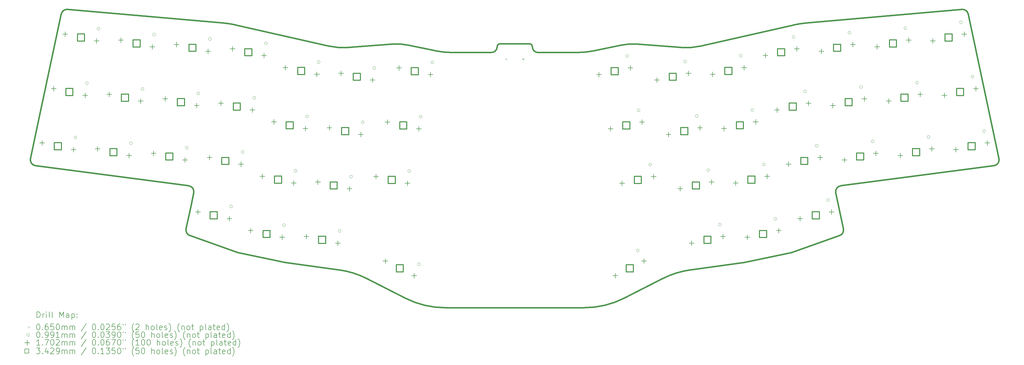
<source format=gbr>
%TF.GenerationSoftware,KiCad,Pcbnew,7.0.2*%
%TF.CreationDate,2024-09-11T18:36:16+10:00*%
%TF.ProjectId,keyboard,6b657962-6f61-4726-942e-6b696361645f,v1.0.0*%
%TF.SameCoordinates,Original*%
%TF.FileFunction,Drillmap*%
%TF.FilePolarity,Positive*%
%FSLAX45Y45*%
G04 Gerber Fmt 4.5, Leading zero omitted, Abs format (unit mm)*
G04 Created by KiCad (PCBNEW 7.0.2) date 2024-09-11 18:36:16*
%MOMM*%
%LPD*%
G01*
G04 APERTURE LIST*
%ADD10C,0.500000*%
%ADD11C,0.200000*%
%ADD12C,0.065000*%
%ADD13C,0.099060*%
%ADD14C,0.170180*%
%ADD15C,0.342900*%
G04 APERTURE END LIST*
D10*
X4694992Y-13863317D02*
G75*
G03*
X4864567Y-14103195I195628J-41583D01*
G01*
X11301533Y-9226771D02*
X5959387Y-8759513D01*
X27258636Y-17664691D02*
X29095823Y-17416497D01*
X36746370Y-8919447D02*
X37797222Y-13863317D01*
X5959387Y-8759511D02*
G75*
G03*
X5746331Y-8917170I-17427J-199239D01*
G01*
X18499412Y-10169101D02*
X17632871Y-9984913D01*
X20446108Y-10234658D02*
G75*
G03*
X20646108Y-10034659I-8J200008D01*
G01*
X37627649Y-14103194D02*
G75*
G03*
X37797222Y-13863317I-26069J198304D01*
G01*
X4993054Y-12461056D02*
X5745847Y-8919447D01*
X26984115Y-10061572D02*
G75*
G03*
X27572436Y-10017620I146795J1994552D01*
G01*
X17070253Y-9946602D02*
X15508101Y-10061570D01*
X32350919Y-16492418D02*
G75*
G03*
X32479800Y-16262299I-66739J188528D01*
G01*
X29095823Y-17416497D02*
X30709766Y-17073443D01*
X10274007Y-15031613D02*
X10183859Y-15455726D01*
X10012412Y-16262298D02*
G75*
G03*
X10141299Y-16492414I195628J-41582D01*
G01*
X4864567Y-14103195D02*
X10104434Y-14791735D01*
X10012417Y-16262299D02*
X10183859Y-15455726D01*
X13396393Y-17416497D02*
X11782450Y-17073443D01*
X19123147Y-10234659D02*
X20446108Y-10234659D01*
X14919780Y-10017620D02*
X11702420Y-9289379D01*
X11702420Y-9289378D02*
G75*
G03*
X11301533Y-9226771I-662300J-2926082D01*
G01*
X14919780Y-10017619D02*
G75*
G03*
X15508101Y-10061570I441530J1950659D01*
G01*
X22046108Y-10234659D02*
X23369069Y-10234659D01*
X27258636Y-17664691D02*
G75*
G03*
X26298301Y-17964665I401624J-2972949D01*
G01*
X21246108Y-9934659D02*
X21746108Y-9934659D01*
X32387781Y-14791730D02*
G75*
G03*
X32218209Y-15031613I26049J-198290D01*
G01*
X30709766Y-17073443D02*
X32350918Y-16492414D01*
X37627649Y-14103195D02*
X32387782Y-14791735D01*
X31190684Y-9226771D02*
G75*
G03*
X30789796Y-9289379I261406J-2988599D01*
G01*
X17503242Y-18631799D02*
G75*
G03*
X18865213Y-18958780I1361978J2673039D01*
G01*
X17503242Y-18631800D02*
X16193916Y-17964665D01*
X18499412Y-10169101D02*
G75*
G03*
X19123147Y-10234659I623738J2934441D01*
G01*
X10274008Y-15031613D02*
G75*
G03*
X10104434Y-14791735I-195628J41583D01*
G01*
X23992804Y-10169101D02*
X24859345Y-9984913D01*
X25421963Y-9946602D02*
X26984115Y-10061570D01*
X36746370Y-8919447D02*
X36745886Y-8917170D01*
X5745847Y-8919447D02*
X5746331Y-8917170D01*
X21246108Y-9934659D02*
X20746108Y-9934659D01*
X23627003Y-18958782D02*
G75*
G03*
X24988975Y-18631800I-13J3000042D01*
G01*
X32479800Y-16262299D02*
X32218209Y-15031613D01*
X36745888Y-8917170D02*
G75*
G03*
X36532829Y-8759513I-195628J-41580D01*
G01*
X20746108Y-9934658D02*
G75*
G03*
X20646108Y-10034659I-8J-99992D01*
G01*
X31190684Y-9226771D02*
X36532829Y-8759513D01*
X21846101Y-10034659D02*
G75*
G03*
X22046108Y-10234659I199999J-1D01*
G01*
X23369069Y-10234658D02*
G75*
G03*
X23992804Y-10169101I11J2999938D01*
G01*
X18865213Y-18958780D02*
X23627003Y-18958780D01*
X15233580Y-17664691D02*
X13396393Y-17416497D01*
X4993054Y-12461056D02*
X4694995Y-13863317D01*
X11782450Y-17073443D02*
X10141299Y-16492414D01*
X17632872Y-9984912D02*
G75*
G03*
X17070253Y-9946602I-415822J-1956318D01*
G01*
X27572436Y-10017620D02*
X30789796Y-9289379D01*
X25421963Y-9946602D02*
G75*
G03*
X24859345Y-9984913I-146794J-1994628D01*
G01*
X16193915Y-17964666D02*
G75*
G03*
X15233580Y-17664691I-1361965J-2672994D01*
G01*
X24988975Y-18631800D02*
X26298301Y-17964665D01*
X21846101Y-10034659D02*
G75*
G03*
X21746108Y-9934659I-100001J-1D01*
G01*
D11*
D12*
X20920216Y-10423750D02*
X20985216Y-10488750D01*
X20985216Y-10423750D02*
X20920216Y-10488750D01*
X21500216Y-10423750D02*
X21565216Y-10488750D01*
X21565216Y-10423750D02*
X21500216Y-10488750D01*
D13*
X6275945Y-13137263D02*
G75*
G03*
X6275945Y-13137263I-49530J0D01*
G01*
X6670977Y-11278783D02*
G75*
G03*
X6670977Y-11278783I-49530J0D01*
G01*
X7066009Y-9420302D02*
G75*
G03*
X7066009Y-9420302I-49530J0D01*
G01*
X8176008Y-13336666D02*
G75*
G03*
X8176008Y-13336666I-49530J0D01*
G01*
X8571040Y-11478185D02*
G75*
G03*
X8571040Y-11478185I-49530J0D01*
G01*
X8966072Y-9619705D02*
G75*
G03*
X8966072Y-9619705I-49530J0D01*
G01*
X10086466Y-13487161D02*
G75*
G03*
X10086466Y-13487161I-49530J0D01*
G01*
X10481498Y-11628681D02*
G75*
G03*
X10481498Y-11628681I-49530J0D01*
G01*
X10876531Y-9770200D02*
G75*
G03*
X10876531Y-9770200I-49530J0D01*
G01*
X11601892Y-15496137D02*
G75*
G03*
X11601892Y-15496137I-49530J0D01*
G01*
X11996924Y-13637657D02*
G75*
G03*
X11996924Y-13637657I-49530J0D01*
G01*
X12391957Y-11779176D02*
G75*
G03*
X12391957Y-11779176I-49530J0D01*
G01*
X12786989Y-9920696D02*
G75*
G03*
X12786989Y-9920696I-49530J0D01*
G01*
X13408395Y-16135706D02*
G75*
G03*
X13408395Y-16135706I-49530J0D01*
G01*
X13803427Y-14277226D02*
G75*
G03*
X13803427Y-14277226I-49530J0D01*
G01*
X14198459Y-12418745D02*
G75*
G03*
X14198459Y-12418745I-49530J0D01*
G01*
X14593491Y-10560265D02*
G75*
G03*
X14593491Y-10560265I-49530J0D01*
G01*
X15308457Y-16335109D02*
G75*
G03*
X15308457Y-16335109I-49530J0D01*
G01*
X15703490Y-14476628D02*
G75*
G03*
X15703490Y-14476628I-49530J0D01*
G01*
X16098522Y-12618148D02*
G75*
G03*
X16098522Y-12618148I-49530J0D01*
G01*
X16493554Y-10759668D02*
G75*
G03*
X16493554Y-10759668I-49530J0D01*
G01*
X17686717Y-14284772D02*
G75*
G03*
X17686717Y-14284772I-49530J0D01*
G01*
X18021972Y-17473573D02*
G75*
G03*
X18021972Y-17473573I-49530J0D01*
G01*
X18081749Y-12426292D02*
G75*
G03*
X18081749Y-12426292I-49530J0D01*
G01*
X18476782Y-10567811D02*
G75*
G03*
X18476782Y-10567811I-49530J0D01*
G01*
X25135681Y-10350751D02*
G75*
G03*
X25135681Y-10350751I-49530J0D01*
G01*
X25499515Y-16999607D02*
G75*
G03*
X25499515Y-16999607I-49530J0D01*
G01*
X25530713Y-12209232D02*
G75*
G03*
X25530713Y-12209232I-49530J0D01*
G01*
X25925745Y-14067712D02*
G75*
G03*
X25925745Y-14067712I-49530J0D01*
G01*
X27118908Y-10542608D02*
G75*
G03*
X27118908Y-10542608I-49530J0D01*
G01*
X27513940Y-12401088D02*
G75*
G03*
X27513940Y-12401088I-49530J0D01*
G01*
X27908973Y-14259569D02*
G75*
G03*
X27908973Y-14259569I-49530J0D01*
G01*
X28304005Y-16118049D02*
G75*
G03*
X28304005Y-16118049I-49530J0D01*
G01*
X29018971Y-10343205D02*
G75*
G03*
X29018971Y-10343205I-49530J0D01*
G01*
X29414003Y-12201685D02*
G75*
G03*
X29414003Y-12201685I-49530J0D01*
G01*
X29809035Y-14060166D02*
G75*
G03*
X29809035Y-14060166I-49530J0D01*
G01*
X30204068Y-15918646D02*
G75*
G03*
X30204068Y-15918646I-49530J0D01*
G01*
X30825473Y-9703636D02*
G75*
G03*
X30825473Y-9703636I-49530J0D01*
G01*
X31220506Y-11562116D02*
G75*
G03*
X31220506Y-11562116I-49530J0D01*
G01*
X31615538Y-13420597D02*
G75*
G03*
X31615538Y-13420597I-49530J0D01*
G01*
X32010570Y-15279077D02*
G75*
G03*
X32010570Y-15279077I-49530J0D01*
G01*
X32735932Y-9553141D02*
G75*
G03*
X32735932Y-9553141I-49530J0D01*
G01*
X33130964Y-11411621D02*
G75*
G03*
X33130964Y-11411621I-49530J0D01*
G01*
X33525996Y-13270101D02*
G75*
G03*
X33525996Y-13270101I-49530J0D01*
G01*
X34646390Y-9402645D02*
G75*
G03*
X34646390Y-9402645I-49530J0D01*
G01*
X35041423Y-11261126D02*
G75*
G03*
X35041423Y-11261126I-49530J0D01*
G01*
X35436455Y-13119606D02*
G75*
G03*
X35436455Y-13119606I-49530J0D01*
G01*
X36546453Y-9203243D02*
G75*
G03*
X36546453Y-9203243I-49530J0D01*
G01*
X36941485Y-11061723D02*
G75*
G03*
X36941485Y-11061723I-49530J0D01*
G01*
X37336518Y-12920203D02*
G75*
G03*
X37336518Y-12920203I-49530J0D01*
G01*
D14*
X5090518Y-13240114D02*
X5090518Y-13410294D01*
X5005428Y-13325204D02*
X5175608Y-13325204D01*
X5485550Y-11381633D02*
X5485550Y-11551813D01*
X5400460Y-11466723D02*
X5570640Y-11466723D01*
X5880582Y-9523153D02*
X5880582Y-9693333D01*
X5795492Y-9608243D02*
X5965672Y-9608243D01*
X6166480Y-13468817D02*
X6166480Y-13638997D01*
X6081390Y-13553907D02*
X6251570Y-13553907D01*
X6561512Y-11610336D02*
X6561512Y-11780516D01*
X6476422Y-11695426D02*
X6646602Y-11695426D01*
X6956544Y-9751856D02*
X6956544Y-9922036D01*
X6871454Y-9836946D02*
X7041634Y-9836946D01*
X6990580Y-13439517D02*
X6990580Y-13609697D01*
X6905490Y-13524607D02*
X7075670Y-13524607D01*
X7385613Y-11581036D02*
X7385613Y-11751216D01*
X7300523Y-11666126D02*
X7470703Y-11666126D01*
X7780645Y-9722556D02*
X7780645Y-9892736D01*
X7695555Y-9807646D02*
X7865735Y-9807646D01*
X8066543Y-13668219D02*
X8066543Y-13838399D01*
X7981453Y-13753309D02*
X8151633Y-13753309D01*
X8461575Y-11809739D02*
X8461575Y-11979919D01*
X8376485Y-11894829D02*
X8546665Y-11894829D01*
X8856607Y-9951259D02*
X8856607Y-10121439D01*
X8771517Y-10036349D02*
X8941697Y-10036349D01*
X8901039Y-13590012D02*
X8901039Y-13760192D01*
X8815949Y-13675102D02*
X8986129Y-13675102D01*
X9296071Y-11731531D02*
X9296071Y-11901711D01*
X9210981Y-11816621D02*
X9381161Y-11816621D01*
X9691103Y-9873051D02*
X9691103Y-10043231D01*
X9606013Y-9958141D02*
X9776193Y-9958141D01*
X9977001Y-13818715D02*
X9977001Y-13988895D01*
X9891911Y-13903805D02*
X10062091Y-13903805D01*
X10372034Y-11960234D02*
X10372034Y-12130414D01*
X10286944Y-12045324D02*
X10457124Y-12045324D01*
X10416465Y-15598988D02*
X10416465Y-15769168D01*
X10331375Y-15684078D02*
X10501555Y-15684078D01*
X10767066Y-10101754D02*
X10767066Y-10271934D01*
X10681976Y-10186844D02*
X10852156Y-10186844D01*
X10811497Y-13740507D02*
X10811497Y-13910687D01*
X10726407Y-13825597D02*
X10896587Y-13825597D01*
X11206529Y-11882027D02*
X11206529Y-12052207D01*
X11121439Y-11967117D02*
X11291619Y-11967117D01*
X11492427Y-15827690D02*
X11492427Y-15997870D01*
X11407337Y-15912780D02*
X11577517Y-15912780D01*
X11601562Y-10023546D02*
X11601562Y-10193726D01*
X11516472Y-10108636D02*
X11686652Y-10108636D01*
X11887460Y-13969210D02*
X11887460Y-14139390D01*
X11802370Y-14054300D02*
X11972550Y-14054300D01*
X12222967Y-16238557D02*
X12222967Y-16408737D01*
X12137877Y-16323647D02*
X12308057Y-16323647D01*
X12282492Y-12110730D02*
X12282492Y-12280910D01*
X12197402Y-12195820D02*
X12367582Y-12195820D01*
X12618000Y-14380076D02*
X12618000Y-14550256D01*
X12532910Y-14465166D02*
X12703090Y-14465166D01*
X12677524Y-10252249D02*
X12677524Y-10422429D01*
X12592434Y-10337339D02*
X12762614Y-10337339D01*
X13013032Y-12521596D02*
X13013032Y-12691776D01*
X12927942Y-12606686D02*
X13098122Y-12606686D01*
X13298930Y-16467260D02*
X13298930Y-16637440D01*
X13213840Y-16552350D02*
X13384020Y-16552350D01*
X13408064Y-10663116D02*
X13408064Y-10833296D01*
X13322974Y-10748206D02*
X13493154Y-10748206D01*
X13693962Y-14608779D02*
X13693962Y-14778959D01*
X13608872Y-14693869D02*
X13779052Y-14693869D01*
X14088994Y-12750299D02*
X14088994Y-12920479D01*
X14003904Y-12835389D02*
X14174084Y-12835389D01*
X14123030Y-16437959D02*
X14123030Y-16608139D01*
X14037940Y-16523049D02*
X14208120Y-16523049D01*
X14484026Y-10891818D02*
X14484026Y-11061998D01*
X14398936Y-10976908D02*
X14569116Y-10976908D01*
X14518062Y-14579479D02*
X14518062Y-14749659D01*
X14432972Y-14664569D02*
X14603152Y-14664569D01*
X14913095Y-12720999D02*
X14913095Y-12891179D01*
X14828005Y-12806089D02*
X14998185Y-12806089D01*
X15198993Y-16666662D02*
X15198993Y-16836842D01*
X15113903Y-16751752D02*
X15284083Y-16751752D01*
X15308127Y-10862518D02*
X15308127Y-11032698D01*
X15223037Y-10947608D02*
X15393217Y-10947608D01*
X15594025Y-14808182D02*
X15594025Y-14978362D01*
X15508935Y-14893272D02*
X15679115Y-14893272D01*
X15989057Y-12949701D02*
X15989057Y-13119881D01*
X15903967Y-13034791D02*
X16074147Y-13034791D01*
X16384089Y-11091221D02*
X16384089Y-11261401D01*
X16298999Y-11176311D02*
X16469179Y-11176311D01*
X16501290Y-14387623D02*
X16501290Y-14557803D01*
X16416200Y-14472713D02*
X16586380Y-14472713D01*
X16826607Y-17276028D02*
X16826607Y-17446208D01*
X16741516Y-17361118D02*
X16911697Y-17361118D01*
X16896322Y-12529142D02*
X16896322Y-12699322D01*
X16811232Y-12614232D02*
X16981412Y-12614232D01*
X17291354Y-10670662D02*
X17291354Y-10840842D01*
X17206264Y-10755752D02*
X17376444Y-10755752D01*
X17577252Y-14616325D02*
X17577252Y-14786505D01*
X17492162Y-14701415D02*
X17662342Y-14701415D01*
X17806714Y-17775418D02*
X17806714Y-17945598D01*
X17721624Y-17860508D02*
X17891804Y-17860508D01*
X17972285Y-12757845D02*
X17972285Y-12928025D01*
X17887195Y-12842935D02*
X18057375Y-12842935D01*
X18367317Y-10899365D02*
X18367317Y-11069545D01*
X18282227Y-10984455D02*
X18452407Y-10984455D01*
X24124899Y-10899365D02*
X24124899Y-11069545D01*
X24039809Y-10984455D02*
X24209989Y-10984455D01*
X24519932Y-12757845D02*
X24519932Y-12928025D01*
X24434842Y-12842935D02*
X24605022Y-12842935D01*
X24685502Y-17775418D02*
X24685502Y-17945598D01*
X24600412Y-17860508D02*
X24770592Y-17860508D01*
X24914964Y-14616325D02*
X24914964Y-14786505D01*
X24829874Y-14701415D02*
X25000054Y-14701415D01*
X25200862Y-10670662D02*
X25200862Y-10840842D01*
X25115772Y-10755752D02*
X25285952Y-10755752D01*
X25595894Y-12529142D02*
X25595894Y-12699322D01*
X25510804Y-12614232D02*
X25680984Y-12614232D01*
X25665610Y-17276028D02*
X25665610Y-17446208D01*
X25580520Y-17361118D02*
X25750700Y-17361118D01*
X25990926Y-14387623D02*
X25990926Y-14557803D01*
X25905836Y-14472713D02*
X26076016Y-14472713D01*
X26108127Y-11091221D02*
X26108127Y-11261401D01*
X26023037Y-11176311D02*
X26193217Y-11176311D01*
X26503159Y-12949701D02*
X26503159Y-13119881D01*
X26418069Y-13034791D02*
X26588249Y-13034791D01*
X26898191Y-14808182D02*
X26898191Y-14978362D01*
X26813101Y-14893272D02*
X26983281Y-14893272D01*
X27184089Y-10862518D02*
X27184089Y-11032698D01*
X27098999Y-10947608D02*
X27269179Y-10947608D01*
X27293224Y-16666662D02*
X27293224Y-16836842D01*
X27208134Y-16751752D02*
X27378314Y-16751752D01*
X27579121Y-12720999D02*
X27579121Y-12891179D01*
X27494031Y-12806089D02*
X27664211Y-12806089D01*
X27974154Y-14579479D02*
X27974154Y-14749659D01*
X27889064Y-14664569D02*
X28059244Y-14664569D01*
X28008190Y-10891818D02*
X28008190Y-11061998D01*
X27923100Y-10976908D02*
X28093280Y-10976908D01*
X28369186Y-16437959D02*
X28369186Y-16608139D01*
X28284096Y-16523049D02*
X28454276Y-16523049D01*
X28403222Y-12750299D02*
X28403222Y-12920479D01*
X28318132Y-12835389D02*
X28488312Y-12835389D01*
X28798254Y-14608779D02*
X28798254Y-14778959D01*
X28713164Y-14693869D02*
X28883344Y-14693869D01*
X29084152Y-10663116D02*
X29084152Y-10833296D01*
X28999062Y-10748206D02*
X29169242Y-10748206D01*
X29193286Y-16467260D02*
X29193286Y-16637440D01*
X29108196Y-16552350D02*
X29278376Y-16552350D01*
X29479184Y-12521596D02*
X29479184Y-12691776D01*
X29394094Y-12606686D02*
X29564274Y-12606686D01*
X29814692Y-10252249D02*
X29814692Y-10422429D01*
X29729602Y-10337339D02*
X29899782Y-10337339D01*
X29874216Y-14380076D02*
X29874216Y-14550256D01*
X29789126Y-14465166D02*
X29959306Y-14465166D01*
X30209724Y-12110730D02*
X30209724Y-12280910D01*
X30124634Y-12195820D02*
X30294814Y-12195820D01*
X30269249Y-16238557D02*
X30269249Y-16408737D01*
X30184159Y-16323647D02*
X30354339Y-16323647D01*
X30604757Y-13969210D02*
X30604757Y-14139390D01*
X30519667Y-14054300D02*
X30689847Y-14054300D01*
X30890655Y-10023546D02*
X30890655Y-10193726D01*
X30805565Y-10108636D02*
X30975745Y-10108636D01*
X30999789Y-15827690D02*
X30999789Y-15997870D01*
X30914699Y-15912780D02*
X31084879Y-15912780D01*
X31285687Y-11882027D02*
X31285687Y-12052207D01*
X31200597Y-11967117D02*
X31370777Y-11967117D01*
X31680719Y-13740507D02*
X31680719Y-13910687D01*
X31595629Y-13825597D02*
X31765809Y-13825597D01*
X31725151Y-10101754D02*
X31725151Y-10271934D01*
X31640061Y-10186844D02*
X31810241Y-10186844D01*
X32075751Y-15598988D02*
X32075751Y-15769168D01*
X31990661Y-15684078D02*
X32160841Y-15684078D01*
X32120183Y-11960234D02*
X32120183Y-12130414D01*
X32035093Y-12045324D02*
X32205273Y-12045324D01*
X32515215Y-13818715D02*
X32515215Y-13988895D01*
X32430125Y-13903805D02*
X32600305Y-13903805D01*
X32801113Y-9873051D02*
X32801113Y-10043231D01*
X32716023Y-9958141D02*
X32886203Y-9958141D01*
X33196145Y-11731531D02*
X33196145Y-11901711D01*
X33111055Y-11816621D02*
X33281235Y-11816621D01*
X33591177Y-13590012D02*
X33591177Y-13760192D01*
X33506087Y-13675102D02*
X33676267Y-13675102D01*
X33635609Y-9951259D02*
X33635609Y-10121439D01*
X33550519Y-10036349D02*
X33720699Y-10036349D01*
X34030641Y-11809739D02*
X34030641Y-11979919D01*
X33945551Y-11894829D02*
X34115731Y-11894829D01*
X34425673Y-13668219D02*
X34425673Y-13838399D01*
X34340583Y-13753309D02*
X34510763Y-13753309D01*
X34711571Y-9722556D02*
X34711571Y-9892736D01*
X34626481Y-9807646D02*
X34796661Y-9807646D01*
X35106604Y-11581036D02*
X35106604Y-11751216D01*
X35021514Y-11666126D02*
X35191694Y-11666126D01*
X35501636Y-13439517D02*
X35501636Y-13609697D01*
X35416546Y-13524607D02*
X35586726Y-13524607D01*
X35535672Y-9751856D02*
X35535672Y-9922036D01*
X35450582Y-9836946D02*
X35620762Y-9836946D01*
X35930704Y-11610336D02*
X35930704Y-11780516D01*
X35845614Y-11695426D02*
X36015794Y-11695426D01*
X36325736Y-13468817D02*
X36325736Y-13638997D01*
X36240646Y-13553907D02*
X36410826Y-13553907D01*
X36611634Y-9523153D02*
X36611634Y-9693333D01*
X36526544Y-9608243D02*
X36696724Y-9608243D01*
X37006666Y-11381633D02*
X37006666Y-11551813D01*
X36921576Y-11466723D02*
X37091756Y-11466723D01*
X37401699Y-13240114D02*
X37401699Y-13410294D01*
X37316609Y-13325204D02*
X37486789Y-13325204D01*
D15*
X5749733Y-13560790D02*
X5749733Y-13318321D01*
X5507264Y-13318321D01*
X5507264Y-13560790D01*
X5749733Y-13560790D01*
X6144766Y-11702309D02*
X6144766Y-11459840D01*
X5902296Y-11459840D01*
X5902296Y-11702309D01*
X6144766Y-11702309D01*
X6539798Y-9843829D02*
X6539798Y-9601360D01*
X6297329Y-9601360D01*
X6297329Y-9843829D01*
X6539798Y-9843829D01*
X7649796Y-13760193D02*
X7649796Y-13517723D01*
X7407327Y-13517723D01*
X7407327Y-13760193D01*
X7649796Y-13760193D01*
X8044828Y-11901712D02*
X8044828Y-11659243D01*
X7802359Y-11659243D01*
X7802359Y-11901712D01*
X8044828Y-11901712D01*
X8439861Y-10043232D02*
X8439861Y-9800763D01*
X8197391Y-9800763D01*
X8197391Y-10043232D01*
X8439861Y-10043232D01*
X9560255Y-13910688D02*
X9560255Y-13668219D01*
X9317785Y-13668219D01*
X9317785Y-13910688D01*
X9560255Y-13910688D01*
X9955287Y-12052207D02*
X9955287Y-11809738D01*
X9712818Y-11809738D01*
X9712818Y-12052207D01*
X9955287Y-12052207D01*
X10350319Y-10193727D02*
X10350319Y-9951258D01*
X10107850Y-9951258D01*
X10107850Y-10193727D01*
X10350319Y-10193727D01*
X11075681Y-15919664D02*
X11075681Y-15677194D01*
X10833212Y-15677194D01*
X10833212Y-15919664D01*
X11075681Y-15919664D01*
X11470713Y-14061183D02*
X11470713Y-13818714D01*
X11228244Y-13818714D01*
X11228244Y-14061183D01*
X11470713Y-14061183D01*
X11865745Y-12202703D02*
X11865745Y-11960234D01*
X11623276Y-11960234D01*
X11623276Y-12202703D01*
X11865745Y-12202703D01*
X12260777Y-10344222D02*
X12260777Y-10101753D01*
X12018308Y-10101753D01*
X12018308Y-10344222D01*
X12260777Y-10344222D01*
X12882183Y-16559233D02*
X12882183Y-16316764D01*
X12639714Y-16316764D01*
X12639714Y-16559233D01*
X12882183Y-16559233D01*
X13277215Y-14700752D02*
X13277215Y-14458283D01*
X13034746Y-14458283D01*
X13034746Y-14700752D01*
X13277215Y-14700752D01*
X13672248Y-12842272D02*
X13672248Y-12599803D01*
X13429778Y-12599803D01*
X13429778Y-12842272D01*
X13672248Y-12842272D01*
X14067280Y-10983792D02*
X14067280Y-10741322D01*
X13824811Y-10741322D01*
X13824811Y-10983792D01*
X14067280Y-10983792D01*
X14782246Y-16758635D02*
X14782246Y-16516166D01*
X14539777Y-16516166D01*
X14539777Y-16758635D01*
X14782246Y-16758635D01*
X15177278Y-14900155D02*
X15177278Y-14657686D01*
X14934809Y-14657686D01*
X14934809Y-14900155D01*
X15177278Y-14900155D01*
X15572310Y-13041675D02*
X15572310Y-12799205D01*
X15329841Y-12799205D01*
X15329841Y-13041675D01*
X15572310Y-13041675D01*
X15967343Y-11183194D02*
X15967343Y-10940725D01*
X15724873Y-10940725D01*
X15724873Y-11183194D01*
X15967343Y-11183194D01*
X17160506Y-14708299D02*
X17160506Y-14465829D01*
X16918037Y-14465829D01*
X16918037Y-14708299D01*
X17160506Y-14708299D01*
X17437895Y-17732047D02*
X17437895Y-17489578D01*
X17195426Y-17489578D01*
X17195426Y-17732047D01*
X17437895Y-17732047D01*
X17555538Y-12849818D02*
X17555538Y-12607349D01*
X17313069Y-12607349D01*
X17313069Y-12849818D01*
X17555538Y-12849818D01*
X17950570Y-10991338D02*
X17950570Y-10748869D01*
X17708101Y-10748869D01*
X17708101Y-10991338D01*
X17950570Y-10991338D01*
X24784115Y-10991338D02*
X24784115Y-10748869D01*
X24541646Y-10748869D01*
X24541646Y-10991338D01*
X24784115Y-10991338D01*
X25179147Y-12849818D02*
X25179147Y-12607349D01*
X24936678Y-12607349D01*
X24936678Y-12849818D01*
X25179147Y-12849818D01*
X25296791Y-17732047D02*
X25296791Y-17489578D01*
X25054321Y-17489578D01*
X25054321Y-17732047D01*
X25296791Y-17732047D01*
X25574180Y-14708299D02*
X25574180Y-14465829D01*
X25331710Y-14465829D01*
X25331710Y-14708299D01*
X25574180Y-14708299D01*
X26767343Y-11183194D02*
X26767343Y-10940725D01*
X26524873Y-10940725D01*
X26524873Y-11183194D01*
X26767343Y-11183194D01*
X27162375Y-13041675D02*
X27162375Y-12799205D01*
X26919906Y-12799205D01*
X26919906Y-13041675D01*
X27162375Y-13041675D01*
X27557407Y-14900155D02*
X27557407Y-14657686D01*
X27314938Y-14657686D01*
X27314938Y-14900155D01*
X27557407Y-14900155D01*
X27952439Y-16758635D02*
X27952439Y-16516166D01*
X27709970Y-16516166D01*
X27709970Y-16758635D01*
X27952439Y-16758635D01*
X28667405Y-10983792D02*
X28667405Y-10741322D01*
X28424936Y-10741322D01*
X28424936Y-10983792D01*
X28667405Y-10983792D01*
X29062438Y-12842272D02*
X29062438Y-12599803D01*
X28819968Y-12599803D01*
X28819968Y-12842272D01*
X29062438Y-12842272D01*
X29457470Y-14700752D02*
X29457470Y-14458283D01*
X29215001Y-14458283D01*
X29215001Y-14700752D01*
X29457470Y-14700752D01*
X29852502Y-16559233D02*
X29852502Y-16316764D01*
X29610033Y-16316764D01*
X29610033Y-16559233D01*
X29852502Y-16559233D01*
X30473908Y-10344222D02*
X30473908Y-10101753D01*
X30231439Y-10101753D01*
X30231439Y-10344222D01*
X30473908Y-10344222D01*
X30868940Y-12202703D02*
X30868940Y-11960234D01*
X30626471Y-11960234D01*
X30626471Y-12202703D01*
X30868940Y-12202703D01*
X31263972Y-14061183D02*
X31263972Y-13818714D01*
X31021503Y-13818714D01*
X31021503Y-14061183D01*
X31263972Y-14061183D01*
X31659005Y-15919664D02*
X31659005Y-15677194D01*
X31416535Y-15677194D01*
X31416535Y-15919664D01*
X31659005Y-15919664D01*
X32384366Y-10193727D02*
X32384366Y-9951258D01*
X32141897Y-9951258D01*
X32141897Y-10193727D01*
X32384366Y-10193727D01*
X32779399Y-12052207D02*
X32779399Y-11809738D01*
X32536929Y-11809738D01*
X32536929Y-12052207D01*
X32779399Y-12052207D01*
X33174431Y-13910688D02*
X33174431Y-13668219D01*
X32931962Y-13668219D01*
X32931962Y-13910688D01*
X33174431Y-13910688D01*
X34294825Y-10043232D02*
X34294825Y-9800763D01*
X34052356Y-9800763D01*
X34052356Y-10043232D01*
X34294825Y-10043232D01*
X34689857Y-11901712D02*
X34689857Y-11659243D01*
X34447388Y-11659243D01*
X34447388Y-11901712D01*
X34689857Y-11901712D01*
X35084889Y-13760193D02*
X35084889Y-13517723D01*
X34842420Y-13517723D01*
X34842420Y-13760193D01*
X35084889Y-13760193D01*
X36194888Y-9843829D02*
X36194888Y-9601360D01*
X35952418Y-9601360D01*
X35952418Y-9843829D01*
X36194888Y-9843829D01*
X36589920Y-11702309D02*
X36589920Y-11459840D01*
X36347451Y-11459840D01*
X36347451Y-11702309D01*
X36589920Y-11702309D01*
X36984952Y-13560790D02*
X36984952Y-13318321D01*
X36742483Y-13318321D01*
X36742483Y-13560790D01*
X36984952Y-13560790D01*
D11*
X4913240Y-19296304D02*
X4913240Y-19096304D01*
X4913240Y-19096304D02*
X4960859Y-19096304D01*
X4960859Y-19096304D02*
X4989430Y-19105828D01*
X4989430Y-19105828D02*
X5008478Y-19124876D01*
X5008478Y-19124876D02*
X5018002Y-19143923D01*
X5018002Y-19143923D02*
X5027526Y-19182018D01*
X5027526Y-19182018D02*
X5027526Y-19210590D01*
X5027526Y-19210590D02*
X5018002Y-19248685D01*
X5018002Y-19248685D02*
X5008478Y-19267733D01*
X5008478Y-19267733D02*
X4989430Y-19286780D01*
X4989430Y-19286780D02*
X4960859Y-19296304D01*
X4960859Y-19296304D02*
X4913240Y-19296304D01*
X5113240Y-19296304D02*
X5113240Y-19162971D01*
X5113240Y-19201066D02*
X5122764Y-19182018D01*
X5122764Y-19182018D02*
X5132288Y-19172495D01*
X5132288Y-19172495D02*
X5151335Y-19162971D01*
X5151335Y-19162971D02*
X5170383Y-19162971D01*
X5237049Y-19296304D02*
X5237049Y-19162971D01*
X5237049Y-19096304D02*
X5227526Y-19105828D01*
X5227526Y-19105828D02*
X5237049Y-19115352D01*
X5237049Y-19115352D02*
X5246573Y-19105828D01*
X5246573Y-19105828D02*
X5237049Y-19096304D01*
X5237049Y-19096304D02*
X5237049Y-19115352D01*
X5360859Y-19296304D02*
X5341811Y-19286780D01*
X5341811Y-19286780D02*
X5332288Y-19267733D01*
X5332288Y-19267733D02*
X5332288Y-19096304D01*
X5465621Y-19296304D02*
X5446573Y-19286780D01*
X5446573Y-19286780D02*
X5437049Y-19267733D01*
X5437049Y-19267733D02*
X5437049Y-19096304D01*
X5694192Y-19296304D02*
X5694192Y-19096304D01*
X5694192Y-19096304D02*
X5760859Y-19239161D01*
X5760859Y-19239161D02*
X5827526Y-19096304D01*
X5827526Y-19096304D02*
X5827526Y-19296304D01*
X6008478Y-19296304D02*
X6008478Y-19191542D01*
X6008478Y-19191542D02*
X5998954Y-19172495D01*
X5998954Y-19172495D02*
X5979907Y-19162971D01*
X5979907Y-19162971D02*
X5941811Y-19162971D01*
X5941811Y-19162971D02*
X5922764Y-19172495D01*
X6008478Y-19286780D02*
X5989430Y-19296304D01*
X5989430Y-19296304D02*
X5941811Y-19296304D01*
X5941811Y-19296304D02*
X5922764Y-19286780D01*
X5922764Y-19286780D02*
X5913240Y-19267733D01*
X5913240Y-19267733D02*
X5913240Y-19248685D01*
X5913240Y-19248685D02*
X5922764Y-19229637D01*
X5922764Y-19229637D02*
X5941811Y-19220114D01*
X5941811Y-19220114D02*
X5989430Y-19220114D01*
X5989430Y-19220114D02*
X6008478Y-19210590D01*
X6103716Y-19162971D02*
X6103716Y-19362971D01*
X6103716Y-19172495D02*
X6122764Y-19162971D01*
X6122764Y-19162971D02*
X6160859Y-19162971D01*
X6160859Y-19162971D02*
X6179907Y-19172495D01*
X6179907Y-19172495D02*
X6189430Y-19182018D01*
X6189430Y-19182018D02*
X6198954Y-19201066D01*
X6198954Y-19201066D02*
X6198954Y-19258209D01*
X6198954Y-19258209D02*
X6189430Y-19277256D01*
X6189430Y-19277256D02*
X6179907Y-19286780D01*
X6179907Y-19286780D02*
X6160859Y-19296304D01*
X6160859Y-19296304D02*
X6122764Y-19296304D01*
X6122764Y-19296304D02*
X6103716Y-19286780D01*
X6284668Y-19277256D02*
X6294192Y-19286780D01*
X6294192Y-19286780D02*
X6284668Y-19296304D01*
X6284668Y-19296304D02*
X6275145Y-19286780D01*
X6275145Y-19286780D02*
X6284668Y-19277256D01*
X6284668Y-19277256D02*
X6284668Y-19296304D01*
X6284668Y-19172495D02*
X6294192Y-19182018D01*
X6294192Y-19182018D02*
X6284668Y-19191542D01*
X6284668Y-19191542D02*
X6275145Y-19182018D01*
X6275145Y-19182018D02*
X6284668Y-19172495D01*
X6284668Y-19172495D02*
X6284668Y-19191542D01*
D12*
X4600621Y-19591280D02*
X4665621Y-19656280D01*
X4665621Y-19591280D02*
X4600621Y-19656280D01*
D11*
X4951335Y-19516304D02*
X4970383Y-19516304D01*
X4970383Y-19516304D02*
X4989430Y-19525828D01*
X4989430Y-19525828D02*
X4998954Y-19535352D01*
X4998954Y-19535352D02*
X5008478Y-19554399D01*
X5008478Y-19554399D02*
X5018002Y-19592495D01*
X5018002Y-19592495D02*
X5018002Y-19640114D01*
X5018002Y-19640114D02*
X5008478Y-19678209D01*
X5008478Y-19678209D02*
X4998954Y-19697256D01*
X4998954Y-19697256D02*
X4989430Y-19706780D01*
X4989430Y-19706780D02*
X4970383Y-19716304D01*
X4970383Y-19716304D02*
X4951335Y-19716304D01*
X4951335Y-19716304D02*
X4932288Y-19706780D01*
X4932288Y-19706780D02*
X4922764Y-19697256D01*
X4922764Y-19697256D02*
X4913240Y-19678209D01*
X4913240Y-19678209D02*
X4903716Y-19640114D01*
X4903716Y-19640114D02*
X4903716Y-19592495D01*
X4903716Y-19592495D02*
X4913240Y-19554399D01*
X4913240Y-19554399D02*
X4922764Y-19535352D01*
X4922764Y-19535352D02*
X4932288Y-19525828D01*
X4932288Y-19525828D02*
X4951335Y-19516304D01*
X5103716Y-19697256D02*
X5113240Y-19706780D01*
X5113240Y-19706780D02*
X5103716Y-19716304D01*
X5103716Y-19716304D02*
X5094192Y-19706780D01*
X5094192Y-19706780D02*
X5103716Y-19697256D01*
X5103716Y-19697256D02*
X5103716Y-19716304D01*
X5284669Y-19516304D02*
X5246573Y-19516304D01*
X5246573Y-19516304D02*
X5227526Y-19525828D01*
X5227526Y-19525828D02*
X5218002Y-19535352D01*
X5218002Y-19535352D02*
X5198954Y-19563923D01*
X5198954Y-19563923D02*
X5189430Y-19602018D01*
X5189430Y-19602018D02*
X5189430Y-19678209D01*
X5189430Y-19678209D02*
X5198954Y-19697256D01*
X5198954Y-19697256D02*
X5208478Y-19706780D01*
X5208478Y-19706780D02*
X5227526Y-19716304D01*
X5227526Y-19716304D02*
X5265621Y-19716304D01*
X5265621Y-19716304D02*
X5284669Y-19706780D01*
X5284669Y-19706780D02*
X5294192Y-19697256D01*
X5294192Y-19697256D02*
X5303716Y-19678209D01*
X5303716Y-19678209D02*
X5303716Y-19630590D01*
X5303716Y-19630590D02*
X5294192Y-19611542D01*
X5294192Y-19611542D02*
X5284669Y-19602018D01*
X5284669Y-19602018D02*
X5265621Y-19592495D01*
X5265621Y-19592495D02*
X5227526Y-19592495D01*
X5227526Y-19592495D02*
X5208478Y-19602018D01*
X5208478Y-19602018D02*
X5198954Y-19611542D01*
X5198954Y-19611542D02*
X5189430Y-19630590D01*
X5484669Y-19516304D02*
X5389430Y-19516304D01*
X5389430Y-19516304D02*
X5379907Y-19611542D01*
X5379907Y-19611542D02*
X5389430Y-19602018D01*
X5389430Y-19602018D02*
X5408478Y-19592495D01*
X5408478Y-19592495D02*
X5456097Y-19592495D01*
X5456097Y-19592495D02*
X5475145Y-19602018D01*
X5475145Y-19602018D02*
X5484669Y-19611542D01*
X5484669Y-19611542D02*
X5494192Y-19630590D01*
X5494192Y-19630590D02*
X5494192Y-19678209D01*
X5494192Y-19678209D02*
X5484669Y-19697256D01*
X5484669Y-19697256D02*
X5475145Y-19706780D01*
X5475145Y-19706780D02*
X5456097Y-19716304D01*
X5456097Y-19716304D02*
X5408478Y-19716304D01*
X5408478Y-19716304D02*
X5389430Y-19706780D01*
X5389430Y-19706780D02*
X5379907Y-19697256D01*
X5618002Y-19516304D02*
X5637049Y-19516304D01*
X5637049Y-19516304D02*
X5656097Y-19525828D01*
X5656097Y-19525828D02*
X5665621Y-19535352D01*
X5665621Y-19535352D02*
X5675145Y-19554399D01*
X5675145Y-19554399D02*
X5684668Y-19592495D01*
X5684668Y-19592495D02*
X5684668Y-19640114D01*
X5684668Y-19640114D02*
X5675145Y-19678209D01*
X5675145Y-19678209D02*
X5665621Y-19697256D01*
X5665621Y-19697256D02*
X5656097Y-19706780D01*
X5656097Y-19706780D02*
X5637049Y-19716304D01*
X5637049Y-19716304D02*
X5618002Y-19716304D01*
X5618002Y-19716304D02*
X5598954Y-19706780D01*
X5598954Y-19706780D02*
X5589430Y-19697256D01*
X5589430Y-19697256D02*
X5579907Y-19678209D01*
X5579907Y-19678209D02*
X5570383Y-19640114D01*
X5570383Y-19640114D02*
X5570383Y-19592495D01*
X5570383Y-19592495D02*
X5579907Y-19554399D01*
X5579907Y-19554399D02*
X5589430Y-19535352D01*
X5589430Y-19535352D02*
X5598954Y-19525828D01*
X5598954Y-19525828D02*
X5618002Y-19516304D01*
X5770383Y-19716304D02*
X5770383Y-19582971D01*
X5770383Y-19602018D02*
X5779907Y-19592495D01*
X5779907Y-19592495D02*
X5798954Y-19582971D01*
X5798954Y-19582971D02*
X5827526Y-19582971D01*
X5827526Y-19582971D02*
X5846573Y-19592495D01*
X5846573Y-19592495D02*
X5856097Y-19611542D01*
X5856097Y-19611542D02*
X5856097Y-19716304D01*
X5856097Y-19611542D02*
X5865621Y-19592495D01*
X5865621Y-19592495D02*
X5884668Y-19582971D01*
X5884668Y-19582971D02*
X5913240Y-19582971D01*
X5913240Y-19582971D02*
X5932288Y-19592495D01*
X5932288Y-19592495D02*
X5941811Y-19611542D01*
X5941811Y-19611542D02*
X5941811Y-19716304D01*
X6037049Y-19716304D02*
X6037049Y-19582971D01*
X6037049Y-19602018D02*
X6046573Y-19592495D01*
X6046573Y-19592495D02*
X6065621Y-19582971D01*
X6065621Y-19582971D02*
X6094192Y-19582971D01*
X6094192Y-19582971D02*
X6113240Y-19592495D01*
X6113240Y-19592495D02*
X6122764Y-19611542D01*
X6122764Y-19611542D02*
X6122764Y-19716304D01*
X6122764Y-19611542D02*
X6132288Y-19592495D01*
X6132288Y-19592495D02*
X6151335Y-19582971D01*
X6151335Y-19582971D02*
X6179907Y-19582971D01*
X6179907Y-19582971D02*
X6198954Y-19592495D01*
X6198954Y-19592495D02*
X6208478Y-19611542D01*
X6208478Y-19611542D02*
X6208478Y-19716304D01*
X6598954Y-19506780D02*
X6427526Y-19763923D01*
X6856097Y-19516304D02*
X6875145Y-19516304D01*
X6875145Y-19516304D02*
X6894192Y-19525828D01*
X6894192Y-19525828D02*
X6903716Y-19535352D01*
X6903716Y-19535352D02*
X6913240Y-19554399D01*
X6913240Y-19554399D02*
X6922764Y-19592495D01*
X6922764Y-19592495D02*
X6922764Y-19640114D01*
X6922764Y-19640114D02*
X6913240Y-19678209D01*
X6913240Y-19678209D02*
X6903716Y-19697256D01*
X6903716Y-19697256D02*
X6894192Y-19706780D01*
X6894192Y-19706780D02*
X6875145Y-19716304D01*
X6875145Y-19716304D02*
X6856097Y-19716304D01*
X6856097Y-19716304D02*
X6837050Y-19706780D01*
X6837050Y-19706780D02*
X6827526Y-19697256D01*
X6827526Y-19697256D02*
X6818002Y-19678209D01*
X6818002Y-19678209D02*
X6808478Y-19640114D01*
X6808478Y-19640114D02*
X6808478Y-19592495D01*
X6808478Y-19592495D02*
X6818002Y-19554399D01*
X6818002Y-19554399D02*
X6827526Y-19535352D01*
X6827526Y-19535352D02*
X6837050Y-19525828D01*
X6837050Y-19525828D02*
X6856097Y-19516304D01*
X7008478Y-19697256D02*
X7018002Y-19706780D01*
X7018002Y-19706780D02*
X7008478Y-19716304D01*
X7008478Y-19716304D02*
X6998954Y-19706780D01*
X6998954Y-19706780D02*
X7008478Y-19697256D01*
X7008478Y-19697256D02*
X7008478Y-19716304D01*
X7141811Y-19516304D02*
X7160859Y-19516304D01*
X7160859Y-19516304D02*
X7179907Y-19525828D01*
X7179907Y-19525828D02*
X7189431Y-19535352D01*
X7189431Y-19535352D02*
X7198954Y-19554399D01*
X7198954Y-19554399D02*
X7208478Y-19592495D01*
X7208478Y-19592495D02*
X7208478Y-19640114D01*
X7208478Y-19640114D02*
X7198954Y-19678209D01*
X7198954Y-19678209D02*
X7189431Y-19697256D01*
X7189431Y-19697256D02*
X7179907Y-19706780D01*
X7179907Y-19706780D02*
X7160859Y-19716304D01*
X7160859Y-19716304D02*
X7141811Y-19716304D01*
X7141811Y-19716304D02*
X7122764Y-19706780D01*
X7122764Y-19706780D02*
X7113240Y-19697256D01*
X7113240Y-19697256D02*
X7103716Y-19678209D01*
X7103716Y-19678209D02*
X7094192Y-19640114D01*
X7094192Y-19640114D02*
X7094192Y-19592495D01*
X7094192Y-19592495D02*
X7103716Y-19554399D01*
X7103716Y-19554399D02*
X7113240Y-19535352D01*
X7113240Y-19535352D02*
X7122764Y-19525828D01*
X7122764Y-19525828D02*
X7141811Y-19516304D01*
X7284669Y-19535352D02*
X7294192Y-19525828D01*
X7294192Y-19525828D02*
X7313240Y-19516304D01*
X7313240Y-19516304D02*
X7360859Y-19516304D01*
X7360859Y-19516304D02*
X7379907Y-19525828D01*
X7379907Y-19525828D02*
X7389431Y-19535352D01*
X7389431Y-19535352D02*
X7398954Y-19554399D01*
X7398954Y-19554399D02*
X7398954Y-19573447D01*
X7398954Y-19573447D02*
X7389431Y-19602018D01*
X7389431Y-19602018D02*
X7275145Y-19716304D01*
X7275145Y-19716304D02*
X7398954Y-19716304D01*
X7579907Y-19516304D02*
X7484669Y-19516304D01*
X7484669Y-19516304D02*
X7475145Y-19611542D01*
X7475145Y-19611542D02*
X7484669Y-19602018D01*
X7484669Y-19602018D02*
X7503716Y-19592495D01*
X7503716Y-19592495D02*
X7551335Y-19592495D01*
X7551335Y-19592495D02*
X7570383Y-19602018D01*
X7570383Y-19602018D02*
X7579907Y-19611542D01*
X7579907Y-19611542D02*
X7589431Y-19630590D01*
X7589431Y-19630590D02*
X7589431Y-19678209D01*
X7589431Y-19678209D02*
X7579907Y-19697256D01*
X7579907Y-19697256D02*
X7570383Y-19706780D01*
X7570383Y-19706780D02*
X7551335Y-19716304D01*
X7551335Y-19716304D02*
X7503716Y-19716304D01*
X7503716Y-19716304D02*
X7484669Y-19706780D01*
X7484669Y-19706780D02*
X7475145Y-19697256D01*
X7760859Y-19516304D02*
X7722764Y-19516304D01*
X7722764Y-19516304D02*
X7703716Y-19525828D01*
X7703716Y-19525828D02*
X7694192Y-19535352D01*
X7694192Y-19535352D02*
X7675145Y-19563923D01*
X7675145Y-19563923D02*
X7665621Y-19602018D01*
X7665621Y-19602018D02*
X7665621Y-19678209D01*
X7665621Y-19678209D02*
X7675145Y-19697256D01*
X7675145Y-19697256D02*
X7684669Y-19706780D01*
X7684669Y-19706780D02*
X7703716Y-19716304D01*
X7703716Y-19716304D02*
X7741812Y-19716304D01*
X7741812Y-19716304D02*
X7760859Y-19706780D01*
X7760859Y-19706780D02*
X7770383Y-19697256D01*
X7770383Y-19697256D02*
X7779907Y-19678209D01*
X7779907Y-19678209D02*
X7779907Y-19630590D01*
X7779907Y-19630590D02*
X7770383Y-19611542D01*
X7770383Y-19611542D02*
X7760859Y-19602018D01*
X7760859Y-19602018D02*
X7741812Y-19592495D01*
X7741812Y-19592495D02*
X7703716Y-19592495D01*
X7703716Y-19592495D02*
X7684669Y-19602018D01*
X7684669Y-19602018D02*
X7675145Y-19611542D01*
X7675145Y-19611542D02*
X7665621Y-19630590D01*
X7856097Y-19516304D02*
X7856097Y-19554399D01*
X7932288Y-19516304D02*
X7932288Y-19554399D01*
X8227526Y-19792495D02*
X8218002Y-19782971D01*
X8218002Y-19782971D02*
X8198954Y-19754399D01*
X8198954Y-19754399D02*
X8189431Y-19735352D01*
X8189431Y-19735352D02*
X8179907Y-19706780D01*
X8179907Y-19706780D02*
X8170383Y-19659161D01*
X8170383Y-19659161D02*
X8170383Y-19621066D01*
X8170383Y-19621066D02*
X8179907Y-19573447D01*
X8179907Y-19573447D02*
X8189431Y-19544876D01*
X8189431Y-19544876D02*
X8198954Y-19525828D01*
X8198954Y-19525828D02*
X8218002Y-19497256D01*
X8218002Y-19497256D02*
X8227526Y-19487733D01*
X8294193Y-19535352D02*
X8303716Y-19525828D01*
X8303716Y-19525828D02*
X8322764Y-19516304D01*
X8322764Y-19516304D02*
X8370383Y-19516304D01*
X8370383Y-19516304D02*
X8389431Y-19525828D01*
X8389431Y-19525828D02*
X8398955Y-19535352D01*
X8398955Y-19535352D02*
X8408478Y-19554399D01*
X8408478Y-19554399D02*
X8408478Y-19573447D01*
X8408478Y-19573447D02*
X8398955Y-19602018D01*
X8398955Y-19602018D02*
X8284669Y-19716304D01*
X8284669Y-19716304D02*
X8408478Y-19716304D01*
X8646574Y-19716304D02*
X8646574Y-19516304D01*
X8732288Y-19716304D02*
X8732288Y-19611542D01*
X8732288Y-19611542D02*
X8722764Y-19592495D01*
X8722764Y-19592495D02*
X8703717Y-19582971D01*
X8703717Y-19582971D02*
X8675145Y-19582971D01*
X8675145Y-19582971D02*
X8656097Y-19592495D01*
X8656097Y-19592495D02*
X8646574Y-19602018D01*
X8856097Y-19716304D02*
X8837050Y-19706780D01*
X8837050Y-19706780D02*
X8827526Y-19697256D01*
X8827526Y-19697256D02*
X8818002Y-19678209D01*
X8818002Y-19678209D02*
X8818002Y-19621066D01*
X8818002Y-19621066D02*
X8827526Y-19602018D01*
X8827526Y-19602018D02*
X8837050Y-19592495D01*
X8837050Y-19592495D02*
X8856097Y-19582971D01*
X8856097Y-19582971D02*
X8884669Y-19582971D01*
X8884669Y-19582971D02*
X8903717Y-19592495D01*
X8903717Y-19592495D02*
X8913240Y-19602018D01*
X8913240Y-19602018D02*
X8922764Y-19621066D01*
X8922764Y-19621066D02*
X8922764Y-19678209D01*
X8922764Y-19678209D02*
X8913240Y-19697256D01*
X8913240Y-19697256D02*
X8903717Y-19706780D01*
X8903717Y-19706780D02*
X8884669Y-19716304D01*
X8884669Y-19716304D02*
X8856097Y-19716304D01*
X9037050Y-19716304D02*
X9018002Y-19706780D01*
X9018002Y-19706780D02*
X9008478Y-19687733D01*
X9008478Y-19687733D02*
X9008478Y-19516304D01*
X9189431Y-19706780D02*
X9170383Y-19716304D01*
X9170383Y-19716304D02*
X9132288Y-19716304D01*
X9132288Y-19716304D02*
X9113240Y-19706780D01*
X9113240Y-19706780D02*
X9103717Y-19687733D01*
X9103717Y-19687733D02*
X9103717Y-19611542D01*
X9103717Y-19611542D02*
X9113240Y-19592495D01*
X9113240Y-19592495D02*
X9132288Y-19582971D01*
X9132288Y-19582971D02*
X9170383Y-19582971D01*
X9170383Y-19582971D02*
X9189431Y-19592495D01*
X9189431Y-19592495D02*
X9198955Y-19611542D01*
X9198955Y-19611542D02*
X9198955Y-19630590D01*
X9198955Y-19630590D02*
X9103717Y-19649637D01*
X9275145Y-19706780D02*
X9294193Y-19716304D01*
X9294193Y-19716304D02*
X9332288Y-19716304D01*
X9332288Y-19716304D02*
X9351336Y-19706780D01*
X9351336Y-19706780D02*
X9360859Y-19687733D01*
X9360859Y-19687733D02*
X9360859Y-19678209D01*
X9360859Y-19678209D02*
X9351336Y-19659161D01*
X9351336Y-19659161D02*
X9332288Y-19649637D01*
X9332288Y-19649637D02*
X9303717Y-19649637D01*
X9303717Y-19649637D02*
X9284669Y-19640114D01*
X9284669Y-19640114D02*
X9275145Y-19621066D01*
X9275145Y-19621066D02*
X9275145Y-19611542D01*
X9275145Y-19611542D02*
X9284669Y-19592495D01*
X9284669Y-19592495D02*
X9303717Y-19582971D01*
X9303717Y-19582971D02*
X9332288Y-19582971D01*
X9332288Y-19582971D02*
X9351336Y-19592495D01*
X9427526Y-19792495D02*
X9437050Y-19782971D01*
X9437050Y-19782971D02*
X9456098Y-19754399D01*
X9456098Y-19754399D02*
X9465621Y-19735352D01*
X9465621Y-19735352D02*
X9475145Y-19706780D01*
X9475145Y-19706780D02*
X9484669Y-19659161D01*
X9484669Y-19659161D02*
X9484669Y-19621066D01*
X9484669Y-19621066D02*
X9475145Y-19573447D01*
X9475145Y-19573447D02*
X9465621Y-19544876D01*
X9465621Y-19544876D02*
X9456098Y-19525828D01*
X9456098Y-19525828D02*
X9437050Y-19497256D01*
X9437050Y-19497256D02*
X9427526Y-19487733D01*
X9789431Y-19792495D02*
X9779907Y-19782971D01*
X9779907Y-19782971D02*
X9760859Y-19754399D01*
X9760859Y-19754399D02*
X9751336Y-19735352D01*
X9751336Y-19735352D02*
X9741812Y-19706780D01*
X9741812Y-19706780D02*
X9732288Y-19659161D01*
X9732288Y-19659161D02*
X9732288Y-19621066D01*
X9732288Y-19621066D02*
X9741812Y-19573447D01*
X9741812Y-19573447D02*
X9751336Y-19544876D01*
X9751336Y-19544876D02*
X9760859Y-19525828D01*
X9760859Y-19525828D02*
X9779907Y-19497256D01*
X9779907Y-19497256D02*
X9789431Y-19487733D01*
X9865621Y-19582971D02*
X9865621Y-19716304D01*
X9865621Y-19602018D02*
X9875145Y-19592495D01*
X9875145Y-19592495D02*
X9894193Y-19582971D01*
X9894193Y-19582971D02*
X9922764Y-19582971D01*
X9922764Y-19582971D02*
X9941812Y-19592495D01*
X9941812Y-19592495D02*
X9951336Y-19611542D01*
X9951336Y-19611542D02*
X9951336Y-19716304D01*
X10075145Y-19716304D02*
X10056098Y-19706780D01*
X10056098Y-19706780D02*
X10046574Y-19697256D01*
X10046574Y-19697256D02*
X10037050Y-19678209D01*
X10037050Y-19678209D02*
X10037050Y-19621066D01*
X10037050Y-19621066D02*
X10046574Y-19602018D01*
X10046574Y-19602018D02*
X10056098Y-19592495D01*
X10056098Y-19592495D02*
X10075145Y-19582971D01*
X10075145Y-19582971D02*
X10103717Y-19582971D01*
X10103717Y-19582971D02*
X10122764Y-19592495D01*
X10122764Y-19592495D02*
X10132288Y-19602018D01*
X10132288Y-19602018D02*
X10141812Y-19621066D01*
X10141812Y-19621066D02*
X10141812Y-19678209D01*
X10141812Y-19678209D02*
X10132288Y-19697256D01*
X10132288Y-19697256D02*
X10122764Y-19706780D01*
X10122764Y-19706780D02*
X10103717Y-19716304D01*
X10103717Y-19716304D02*
X10075145Y-19716304D01*
X10198955Y-19582971D02*
X10275145Y-19582971D01*
X10227526Y-19516304D02*
X10227526Y-19687733D01*
X10227526Y-19687733D02*
X10237050Y-19706780D01*
X10237050Y-19706780D02*
X10256098Y-19716304D01*
X10256098Y-19716304D02*
X10275145Y-19716304D01*
X10494193Y-19582971D02*
X10494193Y-19782971D01*
X10494193Y-19592495D02*
X10513240Y-19582971D01*
X10513240Y-19582971D02*
X10551336Y-19582971D01*
X10551336Y-19582971D02*
X10570383Y-19592495D01*
X10570383Y-19592495D02*
X10579907Y-19602018D01*
X10579907Y-19602018D02*
X10589431Y-19621066D01*
X10589431Y-19621066D02*
X10589431Y-19678209D01*
X10589431Y-19678209D02*
X10579907Y-19697256D01*
X10579907Y-19697256D02*
X10570383Y-19706780D01*
X10570383Y-19706780D02*
X10551336Y-19716304D01*
X10551336Y-19716304D02*
X10513240Y-19716304D01*
X10513240Y-19716304D02*
X10494193Y-19706780D01*
X10703717Y-19716304D02*
X10684669Y-19706780D01*
X10684669Y-19706780D02*
X10675145Y-19687733D01*
X10675145Y-19687733D02*
X10675145Y-19516304D01*
X10865621Y-19716304D02*
X10865621Y-19611542D01*
X10865621Y-19611542D02*
X10856098Y-19592495D01*
X10856098Y-19592495D02*
X10837050Y-19582971D01*
X10837050Y-19582971D02*
X10798955Y-19582971D01*
X10798955Y-19582971D02*
X10779907Y-19592495D01*
X10865621Y-19706780D02*
X10846574Y-19716304D01*
X10846574Y-19716304D02*
X10798955Y-19716304D01*
X10798955Y-19716304D02*
X10779907Y-19706780D01*
X10779907Y-19706780D02*
X10770383Y-19687733D01*
X10770383Y-19687733D02*
X10770383Y-19668685D01*
X10770383Y-19668685D02*
X10779907Y-19649637D01*
X10779907Y-19649637D02*
X10798955Y-19640114D01*
X10798955Y-19640114D02*
X10846574Y-19640114D01*
X10846574Y-19640114D02*
X10865621Y-19630590D01*
X10932288Y-19582971D02*
X11008479Y-19582971D01*
X10960860Y-19516304D02*
X10960860Y-19687733D01*
X10960860Y-19687733D02*
X10970383Y-19706780D01*
X10970383Y-19706780D02*
X10989431Y-19716304D01*
X10989431Y-19716304D02*
X11008479Y-19716304D01*
X11151336Y-19706780D02*
X11132288Y-19716304D01*
X11132288Y-19716304D02*
X11094193Y-19716304D01*
X11094193Y-19716304D02*
X11075145Y-19706780D01*
X11075145Y-19706780D02*
X11065621Y-19687733D01*
X11065621Y-19687733D02*
X11065621Y-19611542D01*
X11065621Y-19611542D02*
X11075145Y-19592495D01*
X11075145Y-19592495D02*
X11094193Y-19582971D01*
X11094193Y-19582971D02*
X11132288Y-19582971D01*
X11132288Y-19582971D02*
X11151336Y-19592495D01*
X11151336Y-19592495D02*
X11160860Y-19611542D01*
X11160860Y-19611542D02*
X11160860Y-19630590D01*
X11160860Y-19630590D02*
X11065621Y-19649637D01*
X11332288Y-19716304D02*
X11332288Y-19516304D01*
X11332288Y-19706780D02*
X11313240Y-19716304D01*
X11313240Y-19716304D02*
X11275145Y-19716304D01*
X11275145Y-19716304D02*
X11256098Y-19706780D01*
X11256098Y-19706780D02*
X11246574Y-19697256D01*
X11246574Y-19697256D02*
X11237050Y-19678209D01*
X11237050Y-19678209D02*
X11237050Y-19621066D01*
X11237050Y-19621066D02*
X11246574Y-19602018D01*
X11246574Y-19602018D02*
X11256098Y-19592495D01*
X11256098Y-19592495D02*
X11275145Y-19582971D01*
X11275145Y-19582971D02*
X11313240Y-19582971D01*
X11313240Y-19582971D02*
X11332288Y-19592495D01*
X11408479Y-19792495D02*
X11418002Y-19782971D01*
X11418002Y-19782971D02*
X11437050Y-19754399D01*
X11437050Y-19754399D02*
X11446574Y-19735352D01*
X11446574Y-19735352D02*
X11456098Y-19706780D01*
X11456098Y-19706780D02*
X11465621Y-19659161D01*
X11465621Y-19659161D02*
X11465621Y-19621066D01*
X11465621Y-19621066D02*
X11456098Y-19573447D01*
X11456098Y-19573447D02*
X11446574Y-19544876D01*
X11446574Y-19544876D02*
X11437050Y-19525828D01*
X11437050Y-19525828D02*
X11418002Y-19497256D01*
X11418002Y-19497256D02*
X11408479Y-19487733D01*
D13*
X4665621Y-19887780D02*
G75*
G03*
X4665621Y-19887780I-49530J0D01*
G01*
D11*
X4951335Y-19780304D02*
X4970383Y-19780304D01*
X4970383Y-19780304D02*
X4989430Y-19789828D01*
X4989430Y-19789828D02*
X4998954Y-19799352D01*
X4998954Y-19799352D02*
X5008478Y-19818399D01*
X5008478Y-19818399D02*
X5018002Y-19856495D01*
X5018002Y-19856495D02*
X5018002Y-19904114D01*
X5018002Y-19904114D02*
X5008478Y-19942209D01*
X5008478Y-19942209D02*
X4998954Y-19961256D01*
X4998954Y-19961256D02*
X4989430Y-19970780D01*
X4989430Y-19970780D02*
X4970383Y-19980304D01*
X4970383Y-19980304D02*
X4951335Y-19980304D01*
X4951335Y-19980304D02*
X4932288Y-19970780D01*
X4932288Y-19970780D02*
X4922764Y-19961256D01*
X4922764Y-19961256D02*
X4913240Y-19942209D01*
X4913240Y-19942209D02*
X4903716Y-19904114D01*
X4903716Y-19904114D02*
X4903716Y-19856495D01*
X4903716Y-19856495D02*
X4913240Y-19818399D01*
X4913240Y-19818399D02*
X4922764Y-19799352D01*
X4922764Y-19799352D02*
X4932288Y-19789828D01*
X4932288Y-19789828D02*
X4951335Y-19780304D01*
X5103716Y-19961256D02*
X5113240Y-19970780D01*
X5113240Y-19970780D02*
X5103716Y-19980304D01*
X5103716Y-19980304D02*
X5094192Y-19970780D01*
X5094192Y-19970780D02*
X5103716Y-19961256D01*
X5103716Y-19961256D02*
X5103716Y-19980304D01*
X5208478Y-19980304D02*
X5246573Y-19980304D01*
X5246573Y-19980304D02*
X5265621Y-19970780D01*
X5265621Y-19970780D02*
X5275145Y-19961256D01*
X5275145Y-19961256D02*
X5294192Y-19932685D01*
X5294192Y-19932685D02*
X5303716Y-19894590D01*
X5303716Y-19894590D02*
X5303716Y-19818399D01*
X5303716Y-19818399D02*
X5294192Y-19799352D01*
X5294192Y-19799352D02*
X5284669Y-19789828D01*
X5284669Y-19789828D02*
X5265621Y-19780304D01*
X5265621Y-19780304D02*
X5227526Y-19780304D01*
X5227526Y-19780304D02*
X5208478Y-19789828D01*
X5208478Y-19789828D02*
X5198954Y-19799352D01*
X5198954Y-19799352D02*
X5189430Y-19818399D01*
X5189430Y-19818399D02*
X5189430Y-19866018D01*
X5189430Y-19866018D02*
X5198954Y-19885066D01*
X5198954Y-19885066D02*
X5208478Y-19894590D01*
X5208478Y-19894590D02*
X5227526Y-19904114D01*
X5227526Y-19904114D02*
X5265621Y-19904114D01*
X5265621Y-19904114D02*
X5284669Y-19894590D01*
X5284669Y-19894590D02*
X5294192Y-19885066D01*
X5294192Y-19885066D02*
X5303716Y-19866018D01*
X5398954Y-19980304D02*
X5437049Y-19980304D01*
X5437049Y-19980304D02*
X5456097Y-19970780D01*
X5456097Y-19970780D02*
X5465621Y-19961256D01*
X5465621Y-19961256D02*
X5484669Y-19932685D01*
X5484669Y-19932685D02*
X5494192Y-19894590D01*
X5494192Y-19894590D02*
X5494192Y-19818399D01*
X5494192Y-19818399D02*
X5484669Y-19799352D01*
X5484669Y-19799352D02*
X5475145Y-19789828D01*
X5475145Y-19789828D02*
X5456097Y-19780304D01*
X5456097Y-19780304D02*
X5418002Y-19780304D01*
X5418002Y-19780304D02*
X5398954Y-19789828D01*
X5398954Y-19789828D02*
X5389430Y-19799352D01*
X5389430Y-19799352D02*
X5379907Y-19818399D01*
X5379907Y-19818399D02*
X5379907Y-19866018D01*
X5379907Y-19866018D02*
X5389430Y-19885066D01*
X5389430Y-19885066D02*
X5398954Y-19894590D01*
X5398954Y-19894590D02*
X5418002Y-19904114D01*
X5418002Y-19904114D02*
X5456097Y-19904114D01*
X5456097Y-19904114D02*
X5475145Y-19894590D01*
X5475145Y-19894590D02*
X5484669Y-19885066D01*
X5484669Y-19885066D02*
X5494192Y-19866018D01*
X5684668Y-19980304D02*
X5570383Y-19980304D01*
X5627526Y-19980304D02*
X5627526Y-19780304D01*
X5627526Y-19780304D02*
X5608478Y-19808876D01*
X5608478Y-19808876D02*
X5589430Y-19827923D01*
X5589430Y-19827923D02*
X5570383Y-19837447D01*
X5770383Y-19980304D02*
X5770383Y-19846971D01*
X5770383Y-19866018D02*
X5779907Y-19856495D01*
X5779907Y-19856495D02*
X5798954Y-19846971D01*
X5798954Y-19846971D02*
X5827526Y-19846971D01*
X5827526Y-19846971D02*
X5846573Y-19856495D01*
X5846573Y-19856495D02*
X5856097Y-19875542D01*
X5856097Y-19875542D02*
X5856097Y-19980304D01*
X5856097Y-19875542D02*
X5865621Y-19856495D01*
X5865621Y-19856495D02*
X5884668Y-19846971D01*
X5884668Y-19846971D02*
X5913240Y-19846971D01*
X5913240Y-19846971D02*
X5932288Y-19856495D01*
X5932288Y-19856495D02*
X5941811Y-19875542D01*
X5941811Y-19875542D02*
X5941811Y-19980304D01*
X6037049Y-19980304D02*
X6037049Y-19846971D01*
X6037049Y-19866018D02*
X6046573Y-19856495D01*
X6046573Y-19856495D02*
X6065621Y-19846971D01*
X6065621Y-19846971D02*
X6094192Y-19846971D01*
X6094192Y-19846971D02*
X6113240Y-19856495D01*
X6113240Y-19856495D02*
X6122764Y-19875542D01*
X6122764Y-19875542D02*
X6122764Y-19980304D01*
X6122764Y-19875542D02*
X6132288Y-19856495D01*
X6132288Y-19856495D02*
X6151335Y-19846971D01*
X6151335Y-19846971D02*
X6179907Y-19846971D01*
X6179907Y-19846971D02*
X6198954Y-19856495D01*
X6198954Y-19856495D02*
X6208478Y-19875542D01*
X6208478Y-19875542D02*
X6208478Y-19980304D01*
X6598954Y-19770780D02*
X6427526Y-20027923D01*
X6856097Y-19780304D02*
X6875145Y-19780304D01*
X6875145Y-19780304D02*
X6894192Y-19789828D01*
X6894192Y-19789828D02*
X6903716Y-19799352D01*
X6903716Y-19799352D02*
X6913240Y-19818399D01*
X6913240Y-19818399D02*
X6922764Y-19856495D01*
X6922764Y-19856495D02*
X6922764Y-19904114D01*
X6922764Y-19904114D02*
X6913240Y-19942209D01*
X6913240Y-19942209D02*
X6903716Y-19961256D01*
X6903716Y-19961256D02*
X6894192Y-19970780D01*
X6894192Y-19970780D02*
X6875145Y-19980304D01*
X6875145Y-19980304D02*
X6856097Y-19980304D01*
X6856097Y-19980304D02*
X6837050Y-19970780D01*
X6837050Y-19970780D02*
X6827526Y-19961256D01*
X6827526Y-19961256D02*
X6818002Y-19942209D01*
X6818002Y-19942209D02*
X6808478Y-19904114D01*
X6808478Y-19904114D02*
X6808478Y-19856495D01*
X6808478Y-19856495D02*
X6818002Y-19818399D01*
X6818002Y-19818399D02*
X6827526Y-19799352D01*
X6827526Y-19799352D02*
X6837050Y-19789828D01*
X6837050Y-19789828D02*
X6856097Y-19780304D01*
X7008478Y-19961256D02*
X7018002Y-19970780D01*
X7018002Y-19970780D02*
X7008478Y-19980304D01*
X7008478Y-19980304D02*
X6998954Y-19970780D01*
X6998954Y-19970780D02*
X7008478Y-19961256D01*
X7008478Y-19961256D02*
X7008478Y-19980304D01*
X7141811Y-19780304D02*
X7160859Y-19780304D01*
X7160859Y-19780304D02*
X7179907Y-19789828D01*
X7179907Y-19789828D02*
X7189431Y-19799352D01*
X7189431Y-19799352D02*
X7198954Y-19818399D01*
X7198954Y-19818399D02*
X7208478Y-19856495D01*
X7208478Y-19856495D02*
X7208478Y-19904114D01*
X7208478Y-19904114D02*
X7198954Y-19942209D01*
X7198954Y-19942209D02*
X7189431Y-19961256D01*
X7189431Y-19961256D02*
X7179907Y-19970780D01*
X7179907Y-19970780D02*
X7160859Y-19980304D01*
X7160859Y-19980304D02*
X7141811Y-19980304D01*
X7141811Y-19980304D02*
X7122764Y-19970780D01*
X7122764Y-19970780D02*
X7113240Y-19961256D01*
X7113240Y-19961256D02*
X7103716Y-19942209D01*
X7103716Y-19942209D02*
X7094192Y-19904114D01*
X7094192Y-19904114D02*
X7094192Y-19856495D01*
X7094192Y-19856495D02*
X7103716Y-19818399D01*
X7103716Y-19818399D02*
X7113240Y-19799352D01*
X7113240Y-19799352D02*
X7122764Y-19789828D01*
X7122764Y-19789828D02*
X7141811Y-19780304D01*
X7275145Y-19780304D02*
X7398954Y-19780304D01*
X7398954Y-19780304D02*
X7332288Y-19856495D01*
X7332288Y-19856495D02*
X7360859Y-19856495D01*
X7360859Y-19856495D02*
X7379907Y-19866018D01*
X7379907Y-19866018D02*
X7389431Y-19875542D01*
X7389431Y-19875542D02*
X7398954Y-19894590D01*
X7398954Y-19894590D02*
X7398954Y-19942209D01*
X7398954Y-19942209D02*
X7389431Y-19961256D01*
X7389431Y-19961256D02*
X7379907Y-19970780D01*
X7379907Y-19970780D02*
X7360859Y-19980304D01*
X7360859Y-19980304D02*
X7303716Y-19980304D01*
X7303716Y-19980304D02*
X7284669Y-19970780D01*
X7284669Y-19970780D02*
X7275145Y-19961256D01*
X7494192Y-19980304D02*
X7532288Y-19980304D01*
X7532288Y-19980304D02*
X7551335Y-19970780D01*
X7551335Y-19970780D02*
X7560859Y-19961256D01*
X7560859Y-19961256D02*
X7579907Y-19932685D01*
X7579907Y-19932685D02*
X7589431Y-19894590D01*
X7589431Y-19894590D02*
X7589431Y-19818399D01*
X7589431Y-19818399D02*
X7579907Y-19799352D01*
X7579907Y-19799352D02*
X7570383Y-19789828D01*
X7570383Y-19789828D02*
X7551335Y-19780304D01*
X7551335Y-19780304D02*
X7513240Y-19780304D01*
X7513240Y-19780304D02*
X7494192Y-19789828D01*
X7494192Y-19789828D02*
X7484669Y-19799352D01*
X7484669Y-19799352D02*
X7475145Y-19818399D01*
X7475145Y-19818399D02*
X7475145Y-19866018D01*
X7475145Y-19866018D02*
X7484669Y-19885066D01*
X7484669Y-19885066D02*
X7494192Y-19894590D01*
X7494192Y-19894590D02*
X7513240Y-19904114D01*
X7513240Y-19904114D02*
X7551335Y-19904114D01*
X7551335Y-19904114D02*
X7570383Y-19894590D01*
X7570383Y-19894590D02*
X7579907Y-19885066D01*
X7579907Y-19885066D02*
X7589431Y-19866018D01*
X7713240Y-19780304D02*
X7732288Y-19780304D01*
X7732288Y-19780304D02*
X7751335Y-19789828D01*
X7751335Y-19789828D02*
X7760859Y-19799352D01*
X7760859Y-19799352D02*
X7770383Y-19818399D01*
X7770383Y-19818399D02*
X7779907Y-19856495D01*
X7779907Y-19856495D02*
X7779907Y-19904114D01*
X7779907Y-19904114D02*
X7770383Y-19942209D01*
X7770383Y-19942209D02*
X7760859Y-19961256D01*
X7760859Y-19961256D02*
X7751335Y-19970780D01*
X7751335Y-19970780D02*
X7732288Y-19980304D01*
X7732288Y-19980304D02*
X7713240Y-19980304D01*
X7713240Y-19980304D02*
X7694192Y-19970780D01*
X7694192Y-19970780D02*
X7684669Y-19961256D01*
X7684669Y-19961256D02*
X7675145Y-19942209D01*
X7675145Y-19942209D02*
X7665621Y-19904114D01*
X7665621Y-19904114D02*
X7665621Y-19856495D01*
X7665621Y-19856495D02*
X7675145Y-19818399D01*
X7675145Y-19818399D02*
X7684669Y-19799352D01*
X7684669Y-19799352D02*
X7694192Y-19789828D01*
X7694192Y-19789828D02*
X7713240Y-19780304D01*
X7856097Y-19780304D02*
X7856097Y-19818399D01*
X7932288Y-19780304D02*
X7932288Y-19818399D01*
X8227526Y-20056495D02*
X8218002Y-20046971D01*
X8218002Y-20046971D02*
X8198954Y-20018399D01*
X8198954Y-20018399D02*
X8189431Y-19999352D01*
X8189431Y-19999352D02*
X8179907Y-19970780D01*
X8179907Y-19970780D02*
X8170383Y-19923161D01*
X8170383Y-19923161D02*
X8170383Y-19885066D01*
X8170383Y-19885066D02*
X8179907Y-19837447D01*
X8179907Y-19837447D02*
X8189431Y-19808876D01*
X8189431Y-19808876D02*
X8198954Y-19789828D01*
X8198954Y-19789828D02*
X8218002Y-19761256D01*
X8218002Y-19761256D02*
X8227526Y-19751733D01*
X8398955Y-19780304D02*
X8303716Y-19780304D01*
X8303716Y-19780304D02*
X8294193Y-19875542D01*
X8294193Y-19875542D02*
X8303716Y-19866018D01*
X8303716Y-19866018D02*
X8322764Y-19856495D01*
X8322764Y-19856495D02*
X8370383Y-19856495D01*
X8370383Y-19856495D02*
X8389431Y-19866018D01*
X8389431Y-19866018D02*
X8398955Y-19875542D01*
X8398955Y-19875542D02*
X8408478Y-19894590D01*
X8408478Y-19894590D02*
X8408478Y-19942209D01*
X8408478Y-19942209D02*
X8398955Y-19961256D01*
X8398955Y-19961256D02*
X8389431Y-19970780D01*
X8389431Y-19970780D02*
X8370383Y-19980304D01*
X8370383Y-19980304D02*
X8322764Y-19980304D01*
X8322764Y-19980304D02*
X8303716Y-19970780D01*
X8303716Y-19970780D02*
X8294193Y-19961256D01*
X8532288Y-19780304D02*
X8551336Y-19780304D01*
X8551336Y-19780304D02*
X8570383Y-19789828D01*
X8570383Y-19789828D02*
X8579907Y-19799352D01*
X8579907Y-19799352D02*
X8589431Y-19818399D01*
X8589431Y-19818399D02*
X8598955Y-19856495D01*
X8598955Y-19856495D02*
X8598955Y-19904114D01*
X8598955Y-19904114D02*
X8589431Y-19942209D01*
X8589431Y-19942209D02*
X8579907Y-19961256D01*
X8579907Y-19961256D02*
X8570383Y-19970780D01*
X8570383Y-19970780D02*
X8551336Y-19980304D01*
X8551336Y-19980304D02*
X8532288Y-19980304D01*
X8532288Y-19980304D02*
X8513240Y-19970780D01*
X8513240Y-19970780D02*
X8503716Y-19961256D01*
X8503716Y-19961256D02*
X8494193Y-19942209D01*
X8494193Y-19942209D02*
X8484669Y-19904114D01*
X8484669Y-19904114D02*
X8484669Y-19856495D01*
X8484669Y-19856495D02*
X8494193Y-19818399D01*
X8494193Y-19818399D02*
X8503716Y-19799352D01*
X8503716Y-19799352D02*
X8513240Y-19789828D01*
X8513240Y-19789828D02*
X8532288Y-19780304D01*
X8837050Y-19980304D02*
X8837050Y-19780304D01*
X8922764Y-19980304D02*
X8922764Y-19875542D01*
X8922764Y-19875542D02*
X8913240Y-19856495D01*
X8913240Y-19856495D02*
X8894193Y-19846971D01*
X8894193Y-19846971D02*
X8865621Y-19846971D01*
X8865621Y-19846971D02*
X8846574Y-19856495D01*
X8846574Y-19856495D02*
X8837050Y-19866018D01*
X9046574Y-19980304D02*
X9027526Y-19970780D01*
X9027526Y-19970780D02*
X9018002Y-19961256D01*
X9018002Y-19961256D02*
X9008478Y-19942209D01*
X9008478Y-19942209D02*
X9008478Y-19885066D01*
X9008478Y-19885066D02*
X9018002Y-19866018D01*
X9018002Y-19866018D02*
X9027526Y-19856495D01*
X9027526Y-19856495D02*
X9046574Y-19846971D01*
X9046574Y-19846971D02*
X9075145Y-19846971D01*
X9075145Y-19846971D02*
X9094193Y-19856495D01*
X9094193Y-19856495D02*
X9103717Y-19866018D01*
X9103717Y-19866018D02*
X9113240Y-19885066D01*
X9113240Y-19885066D02*
X9113240Y-19942209D01*
X9113240Y-19942209D02*
X9103717Y-19961256D01*
X9103717Y-19961256D02*
X9094193Y-19970780D01*
X9094193Y-19970780D02*
X9075145Y-19980304D01*
X9075145Y-19980304D02*
X9046574Y-19980304D01*
X9227526Y-19980304D02*
X9208478Y-19970780D01*
X9208478Y-19970780D02*
X9198955Y-19951733D01*
X9198955Y-19951733D02*
X9198955Y-19780304D01*
X9379907Y-19970780D02*
X9360859Y-19980304D01*
X9360859Y-19980304D02*
X9322764Y-19980304D01*
X9322764Y-19980304D02*
X9303717Y-19970780D01*
X9303717Y-19970780D02*
X9294193Y-19951733D01*
X9294193Y-19951733D02*
X9294193Y-19875542D01*
X9294193Y-19875542D02*
X9303717Y-19856495D01*
X9303717Y-19856495D02*
X9322764Y-19846971D01*
X9322764Y-19846971D02*
X9360859Y-19846971D01*
X9360859Y-19846971D02*
X9379907Y-19856495D01*
X9379907Y-19856495D02*
X9389431Y-19875542D01*
X9389431Y-19875542D02*
X9389431Y-19894590D01*
X9389431Y-19894590D02*
X9294193Y-19913637D01*
X9465621Y-19970780D02*
X9484669Y-19980304D01*
X9484669Y-19980304D02*
X9522764Y-19980304D01*
X9522764Y-19980304D02*
X9541812Y-19970780D01*
X9541812Y-19970780D02*
X9551336Y-19951733D01*
X9551336Y-19951733D02*
X9551336Y-19942209D01*
X9551336Y-19942209D02*
X9541812Y-19923161D01*
X9541812Y-19923161D02*
X9522764Y-19913637D01*
X9522764Y-19913637D02*
X9494193Y-19913637D01*
X9494193Y-19913637D02*
X9475145Y-19904114D01*
X9475145Y-19904114D02*
X9465621Y-19885066D01*
X9465621Y-19885066D02*
X9465621Y-19875542D01*
X9465621Y-19875542D02*
X9475145Y-19856495D01*
X9475145Y-19856495D02*
X9494193Y-19846971D01*
X9494193Y-19846971D02*
X9522764Y-19846971D01*
X9522764Y-19846971D02*
X9541812Y-19856495D01*
X9618002Y-20056495D02*
X9627526Y-20046971D01*
X9627526Y-20046971D02*
X9646574Y-20018399D01*
X9646574Y-20018399D02*
X9656098Y-19999352D01*
X9656098Y-19999352D02*
X9665621Y-19970780D01*
X9665621Y-19970780D02*
X9675145Y-19923161D01*
X9675145Y-19923161D02*
X9675145Y-19885066D01*
X9675145Y-19885066D02*
X9665621Y-19837447D01*
X9665621Y-19837447D02*
X9656098Y-19808876D01*
X9656098Y-19808876D02*
X9646574Y-19789828D01*
X9646574Y-19789828D02*
X9627526Y-19761256D01*
X9627526Y-19761256D02*
X9618002Y-19751733D01*
X9979907Y-20056495D02*
X9970383Y-20046971D01*
X9970383Y-20046971D02*
X9951336Y-20018399D01*
X9951336Y-20018399D02*
X9941812Y-19999352D01*
X9941812Y-19999352D02*
X9932288Y-19970780D01*
X9932288Y-19970780D02*
X9922764Y-19923161D01*
X9922764Y-19923161D02*
X9922764Y-19885066D01*
X9922764Y-19885066D02*
X9932288Y-19837447D01*
X9932288Y-19837447D02*
X9941812Y-19808876D01*
X9941812Y-19808876D02*
X9951336Y-19789828D01*
X9951336Y-19789828D02*
X9970383Y-19761256D01*
X9970383Y-19761256D02*
X9979907Y-19751733D01*
X10056098Y-19846971D02*
X10056098Y-19980304D01*
X10056098Y-19866018D02*
X10065621Y-19856495D01*
X10065621Y-19856495D02*
X10084669Y-19846971D01*
X10084669Y-19846971D02*
X10113240Y-19846971D01*
X10113240Y-19846971D02*
X10132288Y-19856495D01*
X10132288Y-19856495D02*
X10141812Y-19875542D01*
X10141812Y-19875542D02*
X10141812Y-19980304D01*
X10265621Y-19980304D02*
X10246574Y-19970780D01*
X10246574Y-19970780D02*
X10237050Y-19961256D01*
X10237050Y-19961256D02*
X10227526Y-19942209D01*
X10227526Y-19942209D02*
X10227526Y-19885066D01*
X10227526Y-19885066D02*
X10237050Y-19866018D01*
X10237050Y-19866018D02*
X10246574Y-19856495D01*
X10246574Y-19856495D02*
X10265621Y-19846971D01*
X10265621Y-19846971D02*
X10294193Y-19846971D01*
X10294193Y-19846971D02*
X10313240Y-19856495D01*
X10313240Y-19856495D02*
X10322764Y-19866018D01*
X10322764Y-19866018D02*
X10332288Y-19885066D01*
X10332288Y-19885066D02*
X10332288Y-19942209D01*
X10332288Y-19942209D02*
X10322764Y-19961256D01*
X10322764Y-19961256D02*
X10313240Y-19970780D01*
X10313240Y-19970780D02*
X10294193Y-19980304D01*
X10294193Y-19980304D02*
X10265621Y-19980304D01*
X10389431Y-19846971D02*
X10465621Y-19846971D01*
X10418002Y-19780304D02*
X10418002Y-19951733D01*
X10418002Y-19951733D02*
X10427526Y-19970780D01*
X10427526Y-19970780D02*
X10446574Y-19980304D01*
X10446574Y-19980304D02*
X10465621Y-19980304D01*
X10684669Y-19846971D02*
X10684669Y-20046971D01*
X10684669Y-19856495D02*
X10703717Y-19846971D01*
X10703717Y-19846971D02*
X10741812Y-19846971D01*
X10741812Y-19846971D02*
X10760860Y-19856495D01*
X10760860Y-19856495D02*
X10770383Y-19866018D01*
X10770383Y-19866018D02*
X10779907Y-19885066D01*
X10779907Y-19885066D02*
X10779907Y-19942209D01*
X10779907Y-19942209D02*
X10770383Y-19961256D01*
X10770383Y-19961256D02*
X10760860Y-19970780D01*
X10760860Y-19970780D02*
X10741812Y-19980304D01*
X10741812Y-19980304D02*
X10703717Y-19980304D01*
X10703717Y-19980304D02*
X10684669Y-19970780D01*
X10894193Y-19980304D02*
X10875145Y-19970780D01*
X10875145Y-19970780D02*
X10865621Y-19951733D01*
X10865621Y-19951733D02*
X10865621Y-19780304D01*
X11056098Y-19980304D02*
X11056098Y-19875542D01*
X11056098Y-19875542D02*
X11046574Y-19856495D01*
X11046574Y-19856495D02*
X11027526Y-19846971D01*
X11027526Y-19846971D02*
X10989431Y-19846971D01*
X10989431Y-19846971D02*
X10970383Y-19856495D01*
X11056098Y-19970780D02*
X11037050Y-19980304D01*
X11037050Y-19980304D02*
X10989431Y-19980304D01*
X10989431Y-19980304D02*
X10970383Y-19970780D01*
X10970383Y-19970780D02*
X10960860Y-19951733D01*
X10960860Y-19951733D02*
X10960860Y-19932685D01*
X10960860Y-19932685D02*
X10970383Y-19913637D01*
X10970383Y-19913637D02*
X10989431Y-19904114D01*
X10989431Y-19904114D02*
X11037050Y-19904114D01*
X11037050Y-19904114D02*
X11056098Y-19894590D01*
X11122764Y-19846971D02*
X11198955Y-19846971D01*
X11151336Y-19780304D02*
X11151336Y-19951733D01*
X11151336Y-19951733D02*
X11160860Y-19970780D01*
X11160860Y-19970780D02*
X11179907Y-19980304D01*
X11179907Y-19980304D02*
X11198955Y-19980304D01*
X11341812Y-19970780D02*
X11322764Y-19980304D01*
X11322764Y-19980304D02*
X11284669Y-19980304D01*
X11284669Y-19980304D02*
X11265621Y-19970780D01*
X11265621Y-19970780D02*
X11256098Y-19951733D01*
X11256098Y-19951733D02*
X11256098Y-19875542D01*
X11256098Y-19875542D02*
X11265621Y-19856495D01*
X11265621Y-19856495D02*
X11284669Y-19846971D01*
X11284669Y-19846971D02*
X11322764Y-19846971D01*
X11322764Y-19846971D02*
X11341812Y-19856495D01*
X11341812Y-19856495D02*
X11351336Y-19875542D01*
X11351336Y-19875542D02*
X11351336Y-19894590D01*
X11351336Y-19894590D02*
X11256098Y-19913637D01*
X11522764Y-19980304D02*
X11522764Y-19780304D01*
X11522764Y-19970780D02*
X11503717Y-19980304D01*
X11503717Y-19980304D02*
X11465621Y-19980304D01*
X11465621Y-19980304D02*
X11446574Y-19970780D01*
X11446574Y-19970780D02*
X11437050Y-19961256D01*
X11437050Y-19961256D02*
X11427526Y-19942209D01*
X11427526Y-19942209D02*
X11427526Y-19885066D01*
X11427526Y-19885066D02*
X11437050Y-19866018D01*
X11437050Y-19866018D02*
X11446574Y-19856495D01*
X11446574Y-19856495D02*
X11465621Y-19846971D01*
X11465621Y-19846971D02*
X11503717Y-19846971D01*
X11503717Y-19846971D02*
X11522764Y-19856495D01*
X11598955Y-20056495D02*
X11608479Y-20046971D01*
X11608479Y-20046971D02*
X11627526Y-20018399D01*
X11627526Y-20018399D02*
X11637050Y-19999352D01*
X11637050Y-19999352D02*
X11646574Y-19970780D01*
X11646574Y-19970780D02*
X11656098Y-19923161D01*
X11656098Y-19923161D02*
X11656098Y-19885066D01*
X11656098Y-19885066D02*
X11646574Y-19837447D01*
X11646574Y-19837447D02*
X11637050Y-19808876D01*
X11637050Y-19808876D02*
X11627526Y-19789828D01*
X11627526Y-19789828D02*
X11608479Y-19761256D01*
X11608479Y-19761256D02*
X11598955Y-19751733D01*
D14*
X4580531Y-20066690D02*
X4580531Y-20236870D01*
X4495441Y-20151780D02*
X4665621Y-20151780D01*
D11*
X5018002Y-20244304D02*
X4903716Y-20244304D01*
X4960859Y-20244304D02*
X4960859Y-20044304D01*
X4960859Y-20044304D02*
X4941811Y-20072876D01*
X4941811Y-20072876D02*
X4922764Y-20091923D01*
X4922764Y-20091923D02*
X4903716Y-20101447D01*
X5103716Y-20225256D02*
X5113240Y-20234780D01*
X5113240Y-20234780D02*
X5103716Y-20244304D01*
X5103716Y-20244304D02*
X5094192Y-20234780D01*
X5094192Y-20234780D02*
X5103716Y-20225256D01*
X5103716Y-20225256D02*
X5103716Y-20244304D01*
X5179907Y-20044304D02*
X5313240Y-20044304D01*
X5313240Y-20044304D02*
X5227526Y-20244304D01*
X5427526Y-20044304D02*
X5446573Y-20044304D01*
X5446573Y-20044304D02*
X5465621Y-20053828D01*
X5465621Y-20053828D02*
X5475145Y-20063352D01*
X5475145Y-20063352D02*
X5484669Y-20082399D01*
X5484669Y-20082399D02*
X5494192Y-20120495D01*
X5494192Y-20120495D02*
X5494192Y-20168114D01*
X5494192Y-20168114D02*
X5484669Y-20206209D01*
X5484669Y-20206209D02*
X5475145Y-20225256D01*
X5475145Y-20225256D02*
X5465621Y-20234780D01*
X5465621Y-20234780D02*
X5446573Y-20244304D01*
X5446573Y-20244304D02*
X5427526Y-20244304D01*
X5427526Y-20244304D02*
X5408478Y-20234780D01*
X5408478Y-20234780D02*
X5398954Y-20225256D01*
X5398954Y-20225256D02*
X5389430Y-20206209D01*
X5389430Y-20206209D02*
X5379907Y-20168114D01*
X5379907Y-20168114D02*
X5379907Y-20120495D01*
X5379907Y-20120495D02*
X5389430Y-20082399D01*
X5389430Y-20082399D02*
X5398954Y-20063352D01*
X5398954Y-20063352D02*
X5408478Y-20053828D01*
X5408478Y-20053828D02*
X5427526Y-20044304D01*
X5570383Y-20063352D02*
X5579907Y-20053828D01*
X5579907Y-20053828D02*
X5598954Y-20044304D01*
X5598954Y-20044304D02*
X5646573Y-20044304D01*
X5646573Y-20044304D02*
X5665621Y-20053828D01*
X5665621Y-20053828D02*
X5675145Y-20063352D01*
X5675145Y-20063352D02*
X5684668Y-20082399D01*
X5684668Y-20082399D02*
X5684668Y-20101447D01*
X5684668Y-20101447D02*
X5675145Y-20130018D01*
X5675145Y-20130018D02*
X5560859Y-20244304D01*
X5560859Y-20244304D02*
X5684668Y-20244304D01*
X5770383Y-20244304D02*
X5770383Y-20110971D01*
X5770383Y-20130018D02*
X5779907Y-20120495D01*
X5779907Y-20120495D02*
X5798954Y-20110971D01*
X5798954Y-20110971D02*
X5827526Y-20110971D01*
X5827526Y-20110971D02*
X5846573Y-20120495D01*
X5846573Y-20120495D02*
X5856097Y-20139542D01*
X5856097Y-20139542D02*
X5856097Y-20244304D01*
X5856097Y-20139542D02*
X5865621Y-20120495D01*
X5865621Y-20120495D02*
X5884668Y-20110971D01*
X5884668Y-20110971D02*
X5913240Y-20110971D01*
X5913240Y-20110971D02*
X5932288Y-20120495D01*
X5932288Y-20120495D02*
X5941811Y-20139542D01*
X5941811Y-20139542D02*
X5941811Y-20244304D01*
X6037049Y-20244304D02*
X6037049Y-20110971D01*
X6037049Y-20130018D02*
X6046573Y-20120495D01*
X6046573Y-20120495D02*
X6065621Y-20110971D01*
X6065621Y-20110971D02*
X6094192Y-20110971D01*
X6094192Y-20110971D02*
X6113240Y-20120495D01*
X6113240Y-20120495D02*
X6122764Y-20139542D01*
X6122764Y-20139542D02*
X6122764Y-20244304D01*
X6122764Y-20139542D02*
X6132288Y-20120495D01*
X6132288Y-20120495D02*
X6151335Y-20110971D01*
X6151335Y-20110971D02*
X6179907Y-20110971D01*
X6179907Y-20110971D02*
X6198954Y-20120495D01*
X6198954Y-20120495D02*
X6208478Y-20139542D01*
X6208478Y-20139542D02*
X6208478Y-20244304D01*
X6598954Y-20034780D02*
X6427526Y-20291923D01*
X6856097Y-20044304D02*
X6875145Y-20044304D01*
X6875145Y-20044304D02*
X6894192Y-20053828D01*
X6894192Y-20053828D02*
X6903716Y-20063352D01*
X6903716Y-20063352D02*
X6913240Y-20082399D01*
X6913240Y-20082399D02*
X6922764Y-20120495D01*
X6922764Y-20120495D02*
X6922764Y-20168114D01*
X6922764Y-20168114D02*
X6913240Y-20206209D01*
X6913240Y-20206209D02*
X6903716Y-20225256D01*
X6903716Y-20225256D02*
X6894192Y-20234780D01*
X6894192Y-20234780D02*
X6875145Y-20244304D01*
X6875145Y-20244304D02*
X6856097Y-20244304D01*
X6856097Y-20244304D02*
X6837050Y-20234780D01*
X6837050Y-20234780D02*
X6827526Y-20225256D01*
X6827526Y-20225256D02*
X6818002Y-20206209D01*
X6818002Y-20206209D02*
X6808478Y-20168114D01*
X6808478Y-20168114D02*
X6808478Y-20120495D01*
X6808478Y-20120495D02*
X6818002Y-20082399D01*
X6818002Y-20082399D02*
X6827526Y-20063352D01*
X6827526Y-20063352D02*
X6837050Y-20053828D01*
X6837050Y-20053828D02*
X6856097Y-20044304D01*
X7008478Y-20225256D02*
X7018002Y-20234780D01*
X7018002Y-20234780D02*
X7008478Y-20244304D01*
X7008478Y-20244304D02*
X6998954Y-20234780D01*
X6998954Y-20234780D02*
X7008478Y-20225256D01*
X7008478Y-20225256D02*
X7008478Y-20244304D01*
X7141811Y-20044304D02*
X7160859Y-20044304D01*
X7160859Y-20044304D02*
X7179907Y-20053828D01*
X7179907Y-20053828D02*
X7189431Y-20063352D01*
X7189431Y-20063352D02*
X7198954Y-20082399D01*
X7198954Y-20082399D02*
X7208478Y-20120495D01*
X7208478Y-20120495D02*
X7208478Y-20168114D01*
X7208478Y-20168114D02*
X7198954Y-20206209D01*
X7198954Y-20206209D02*
X7189431Y-20225256D01*
X7189431Y-20225256D02*
X7179907Y-20234780D01*
X7179907Y-20234780D02*
X7160859Y-20244304D01*
X7160859Y-20244304D02*
X7141811Y-20244304D01*
X7141811Y-20244304D02*
X7122764Y-20234780D01*
X7122764Y-20234780D02*
X7113240Y-20225256D01*
X7113240Y-20225256D02*
X7103716Y-20206209D01*
X7103716Y-20206209D02*
X7094192Y-20168114D01*
X7094192Y-20168114D02*
X7094192Y-20120495D01*
X7094192Y-20120495D02*
X7103716Y-20082399D01*
X7103716Y-20082399D02*
X7113240Y-20063352D01*
X7113240Y-20063352D02*
X7122764Y-20053828D01*
X7122764Y-20053828D02*
X7141811Y-20044304D01*
X7379907Y-20044304D02*
X7341811Y-20044304D01*
X7341811Y-20044304D02*
X7322764Y-20053828D01*
X7322764Y-20053828D02*
X7313240Y-20063352D01*
X7313240Y-20063352D02*
X7294192Y-20091923D01*
X7294192Y-20091923D02*
X7284669Y-20130018D01*
X7284669Y-20130018D02*
X7284669Y-20206209D01*
X7284669Y-20206209D02*
X7294192Y-20225256D01*
X7294192Y-20225256D02*
X7303716Y-20234780D01*
X7303716Y-20234780D02*
X7322764Y-20244304D01*
X7322764Y-20244304D02*
X7360859Y-20244304D01*
X7360859Y-20244304D02*
X7379907Y-20234780D01*
X7379907Y-20234780D02*
X7389431Y-20225256D01*
X7389431Y-20225256D02*
X7398954Y-20206209D01*
X7398954Y-20206209D02*
X7398954Y-20158590D01*
X7398954Y-20158590D02*
X7389431Y-20139542D01*
X7389431Y-20139542D02*
X7379907Y-20130018D01*
X7379907Y-20130018D02*
X7360859Y-20120495D01*
X7360859Y-20120495D02*
X7322764Y-20120495D01*
X7322764Y-20120495D02*
X7303716Y-20130018D01*
X7303716Y-20130018D02*
X7294192Y-20139542D01*
X7294192Y-20139542D02*
X7284669Y-20158590D01*
X7465621Y-20044304D02*
X7598954Y-20044304D01*
X7598954Y-20044304D02*
X7513240Y-20244304D01*
X7713240Y-20044304D02*
X7732288Y-20044304D01*
X7732288Y-20044304D02*
X7751335Y-20053828D01*
X7751335Y-20053828D02*
X7760859Y-20063352D01*
X7760859Y-20063352D02*
X7770383Y-20082399D01*
X7770383Y-20082399D02*
X7779907Y-20120495D01*
X7779907Y-20120495D02*
X7779907Y-20168114D01*
X7779907Y-20168114D02*
X7770383Y-20206209D01*
X7770383Y-20206209D02*
X7760859Y-20225256D01*
X7760859Y-20225256D02*
X7751335Y-20234780D01*
X7751335Y-20234780D02*
X7732288Y-20244304D01*
X7732288Y-20244304D02*
X7713240Y-20244304D01*
X7713240Y-20244304D02*
X7694192Y-20234780D01*
X7694192Y-20234780D02*
X7684669Y-20225256D01*
X7684669Y-20225256D02*
X7675145Y-20206209D01*
X7675145Y-20206209D02*
X7665621Y-20168114D01*
X7665621Y-20168114D02*
X7665621Y-20120495D01*
X7665621Y-20120495D02*
X7675145Y-20082399D01*
X7675145Y-20082399D02*
X7684669Y-20063352D01*
X7684669Y-20063352D02*
X7694192Y-20053828D01*
X7694192Y-20053828D02*
X7713240Y-20044304D01*
X7856097Y-20044304D02*
X7856097Y-20082399D01*
X7932288Y-20044304D02*
X7932288Y-20082399D01*
X8227526Y-20320495D02*
X8218002Y-20310971D01*
X8218002Y-20310971D02*
X8198954Y-20282399D01*
X8198954Y-20282399D02*
X8189431Y-20263352D01*
X8189431Y-20263352D02*
X8179907Y-20234780D01*
X8179907Y-20234780D02*
X8170383Y-20187161D01*
X8170383Y-20187161D02*
X8170383Y-20149066D01*
X8170383Y-20149066D02*
X8179907Y-20101447D01*
X8179907Y-20101447D02*
X8189431Y-20072876D01*
X8189431Y-20072876D02*
X8198954Y-20053828D01*
X8198954Y-20053828D02*
X8218002Y-20025256D01*
X8218002Y-20025256D02*
X8227526Y-20015733D01*
X8408478Y-20244304D02*
X8294193Y-20244304D01*
X8351335Y-20244304D02*
X8351335Y-20044304D01*
X8351335Y-20044304D02*
X8332288Y-20072876D01*
X8332288Y-20072876D02*
X8313240Y-20091923D01*
X8313240Y-20091923D02*
X8294193Y-20101447D01*
X8532288Y-20044304D02*
X8551336Y-20044304D01*
X8551336Y-20044304D02*
X8570383Y-20053828D01*
X8570383Y-20053828D02*
X8579907Y-20063352D01*
X8579907Y-20063352D02*
X8589431Y-20082399D01*
X8589431Y-20082399D02*
X8598955Y-20120495D01*
X8598955Y-20120495D02*
X8598955Y-20168114D01*
X8598955Y-20168114D02*
X8589431Y-20206209D01*
X8589431Y-20206209D02*
X8579907Y-20225256D01*
X8579907Y-20225256D02*
X8570383Y-20234780D01*
X8570383Y-20234780D02*
X8551336Y-20244304D01*
X8551336Y-20244304D02*
X8532288Y-20244304D01*
X8532288Y-20244304D02*
X8513240Y-20234780D01*
X8513240Y-20234780D02*
X8503716Y-20225256D01*
X8503716Y-20225256D02*
X8494193Y-20206209D01*
X8494193Y-20206209D02*
X8484669Y-20168114D01*
X8484669Y-20168114D02*
X8484669Y-20120495D01*
X8484669Y-20120495D02*
X8494193Y-20082399D01*
X8494193Y-20082399D02*
X8503716Y-20063352D01*
X8503716Y-20063352D02*
X8513240Y-20053828D01*
X8513240Y-20053828D02*
X8532288Y-20044304D01*
X8722764Y-20044304D02*
X8741812Y-20044304D01*
X8741812Y-20044304D02*
X8760859Y-20053828D01*
X8760859Y-20053828D02*
X8770383Y-20063352D01*
X8770383Y-20063352D02*
X8779907Y-20082399D01*
X8779907Y-20082399D02*
X8789431Y-20120495D01*
X8789431Y-20120495D02*
X8789431Y-20168114D01*
X8789431Y-20168114D02*
X8779907Y-20206209D01*
X8779907Y-20206209D02*
X8770383Y-20225256D01*
X8770383Y-20225256D02*
X8760859Y-20234780D01*
X8760859Y-20234780D02*
X8741812Y-20244304D01*
X8741812Y-20244304D02*
X8722764Y-20244304D01*
X8722764Y-20244304D02*
X8703716Y-20234780D01*
X8703716Y-20234780D02*
X8694193Y-20225256D01*
X8694193Y-20225256D02*
X8684669Y-20206209D01*
X8684669Y-20206209D02*
X8675145Y-20168114D01*
X8675145Y-20168114D02*
X8675145Y-20120495D01*
X8675145Y-20120495D02*
X8684669Y-20082399D01*
X8684669Y-20082399D02*
X8694193Y-20063352D01*
X8694193Y-20063352D02*
X8703716Y-20053828D01*
X8703716Y-20053828D02*
X8722764Y-20044304D01*
X9027526Y-20244304D02*
X9027526Y-20044304D01*
X9113240Y-20244304D02*
X9113240Y-20139542D01*
X9113240Y-20139542D02*
X9103717Y-20120495D01*
X9103717Y-20120495D02*
X9084669Y-20110971D01*
X9084669Y-20110971D02*
X9056097Y-20110971D01*
X9056097Y-20110971D02*
X9037050Y-20120495D01*
X9037050Y-20120495D02*
X9027526Y-20130018D01*
X9237050Y-20244304D02*
X9218002Y-20234780D01*
X9218002Y-20234780D02*
X9208478Y-20225256D01*
X9208478Y-20225256D02*
X9198955Y-20206209D01*
X9198955Y-20206209D02*
X9198955Y-20149066D01*
X9198955Y-20149066D02*
X9208478Y-20130018D01*
X9208478Y-20130018D02*
X9218002Y-20120495D01*
X9218002Y-20120495D02*
X9237050Y-20110971D01*
X9237050Y-20110971D02*
X9265621Y-20110971D01*
X9265621Y-20110971D02*
X9284669Y-20120495D01*
X9284669Y-20120495D02*
X9294193Y-20130018D01*
X9294193Y-20130018D02*
X9303717Y-20149066D01*
X9303717Y-20149066D02*
X9303717Y-20206209D01*
X9303717Y-20206209D02*
X9294193Y-20225256D01*
X9294193Y-20225256D02*
X9284669Y-20234780D01*
X9284669Y-20234780D02*
X9265621Y-20244304D01*
X9265621Y-20244304D02*
X9237050Y-20244304D01*
X9418002Y-20244304D02*
X9398955Y-20234780D01*
X9398955Y-20234780D02*
X9389431Y-20215733D01*
X9389431Y-20215733D02*
X9389431Y-20044304D01*
X9570383Y-20234780D02*
X9551336Y-20244304D01*
X9551336Y-20244304D02*
X9513240Y-20244304D01*
X9513240Y-20244304D02*
X9494193Y-20234780D01*
X9494193Y-20234780D02*
X9484669Y-20215733D01*
X9484669Y-20215733D02*
X9484669Y-20139542D01*
X9484669Y-20139542D02*
X9494193Y-20120495D01*
X9494193Y-20120495D02*
X9513240Y-20110971D01*
X9513240Y-20110971D02*
X9551336Y-20110971D01*
X9551336Y-20110971D02*
X9570383Y-20120495D01*
X9570383Y-20120495D02*
X9579907Y-20139542D01*
X9579907Y-20139542D02*
X9579907Y-20158590D01*
X9579907Y-20158590D02*
X9484669Y-20177637D01*
X9656098Y-20234780D02*
X9675145Y-20244304D01*
X9675145Y-20244304D02*
X9713240Y-20244304D01*
X9713240Y-20244304D02*
X9732288Y-20234780D01*
X9732288Y-20234780D02*
X9741812Y-20215733D01*
X9741812Y-20215733D02*
X9741812Y-20206209D01*
X9741812Y-20206209D02*
X9732288Y-20187161D01*
X9732288Y-20187161D02*
X9713240Y-20177637D01*
X9713240Y-20177637D02*
X9684669Y-20177637D01*
X9684669Y-20177637D02*
X9665621Y-20168114D01*
X9665621Y-20168114D02*
X9656098Y-20149066D01*
X9656098Y-20149066D02*
X9656098Y-20139542D01*
X9656098Y-20139542D02*
X9665621Y-20120495D01*
X9665621Y-20120495D02*
X9684669Y-20110971D01*
X9684669Y-20110971D02*
X9713240Y-20110971D01*
X9713240Y-20110971D02*
X9732288Y-20120495D01*
X9808479Y-20320495D02*
X9818002Y-20310971D01*
X9818002Y-20310971D02*
X9837050Y-20282399D01*
X9837050Y-20282399D02*
X9846574Y-20263352D01*
X9846574Y-20263352D02*
X9856098Y-20234780D01*
X9856098Y-20234780D02*
X9865621Y-20187161D01*
X9865621Y-20187161D02*
X9865621Y-20149066D01*
X9865621Y-20149066D02*
X9856098Y-20101447D01*
X9856098Y-20101447D02*
X9846574Y-20072876D01*
X9846574Y-20072876D02*
X9837050Y-20053828D01*
X9837050Y-20053828D02*
X9818002Y-20025256D01*
X9818002Y-20025256D02*
X9808479Y-20015733D01*
X10170383Y-20320495D02*
X10160859Y-20310971D01*
X10160859Y-20310971D02*
X10141812Y-20282399D01*
X10141812Y-20282399D02*
X10132288Y-20263352D01*
X10132288Y-20263352D02*
X10122764Y-20234780D01*
X10122764Y-20234780D02*
X10113240Y-20187161D01*
X10113240Y-20187161D02*
X10113240Y-20149066D01*
X10113240Y-20149066D02*
X10122764Y-20101447D01*
X10122764Y-20101447D02*
X10132288Y-20072876D01*
X10132288Y-20072876D02*
X10141812Y-20053828D01*
X10141812Y-20053828D02*
X10160859Y-20025256D01*
X10160859Y-20025256D02*
X10170383Y-20015733D01*
X10246574Y-20110971D02*
X10246574Y-20244304D01*
X10246574Y-20130018D02*
X10256098Y-20120495D01*
X10256098Y-20120495D02*
X10275145Y-20110971D01*
X10275145Y-20110971D02*
X10303717Y-20110971D01*
X10303717Y-20110971D02*
X10322764Y-20120495D01*
X10322764Y-20120495D02*
X10332288Y-20139542D01*
X10332288Y-20139542D02*
X10332288Y-20244304D01*
X10456098Y-20244304D02*
X10437050Y-20234780D01*
X10437050Y-20234780D02*
X10427526Y-20225256D01*
X10427526Y-20225256D02*
X10418002Y-20206209D01*
X10418002Y-20206209D02*
X10418002Y-20149066D01*
X10418002Y-20149066D02*
X10427526Y-20130018D01*
X10427526Y-20130018D02*
X10437050Y-20120495D01*
X10437050Y-20120495D02*
X10456098Y-20110971D01*
X10456098Y-20110971D02*
X10484669Y-20110971D01*
X10484669Y-20110971D02*
X10503717Y-20120495D01*
X10503717Y-20120495D02*
X10513240Y-20130018D01*
X10513240Y-20130018D02*
X10522764Y-20149066D01*
X10522764Y-20149066D02*
X10522764Y-20206209D01*
X10522764Y-20206209D02*
X10513240Y-20225256D01*
X10513240Y-20225256D02*
X10503717Y-20234780D01*
X10503717Y-20234780D02*
X10484669Y-20244304D01*
X10484669Y-20244304D02*
X10456098Y-20244304D01*
X10579907Y-20110971D02*
X10656098Y-20110971D01*
X10608479Y-20044304D02*
X10608479Y-20215733D01*
X10608479Y-20215733D02*
X10618002Y-20234780D01*
X10618002Y-20234780D02*
X10637050Y-20244304D01*
X10637050Y-20244304D02*
X10656098Y-20244304D01*
X10875145Y-20110971D02*
X10875145Y-20310971D01*
X10875145Y-20120495D02*
X10894193Y-20110971D01*
X10894193Y-20110971D02*
X10932288Y-20110971D01*
X10932288Y-20110971D02*
X10951336Y-20120495D01*
X10951336Y-20120495D02*
X10960860Y-20130018D01*
X10960860Y-20130018D02*
X10970383Y-20149066D01*
X10970383Y-20149066D02*
X10970383Y-20206209D01*
X10970383Y-20206209D02*
X10960860Y-20225256D01*
X10960860Y-20225256D02*
X10951336Y-20234780D01*
X10951336Y-20234780D02*
X10932288Y-20244304D01*
X10932288Y-20244304D02*
X10894193Y-20244304D01*
X10894193Y-20244304D02*
X10875145Y-20234780D01*
X11084669Y-20244304D02*
X11065621Y-20234780D01*
X11065621Y-20234780D02*
X11056098Y-20215733D01*
X11056098Y-20215733D02*
X11056098Y-20044304D01*
X11246574Y-20244304D02*
X11246574Y-20139542D01*
X11246574Y-20139542D02*
X11237050Y-20120495D01*
X11237050Y-20120495D02*
X11218002Y-20110971D01*
X11218002Y-20110971D02*
X11179907Y-20110971D01*
X11179907Y-20110971D02*
X11160860Y-20120495D01*
X11246574Y-20234780D02*
X11227526Y-20244304D01*
X11227526Y-20244304D02*
X11179907Y-20244304D01*
X11179907Y-20244304D02*
X11160860Y-20234780D01*
X11160860Y-20234780D02*
X11151336Y-20215733D01*
X11151336Y-20215733D02*
X11151336Y-20196685D01*
X11151336Y-20196685D02*
X11160860Y-20177637D01*
X11160860Y-20177637D02*
X11179907Y-20168114D01*
X11179907Y-20168114D02*
X11227526Y-20168114D01*
X11227526Y-20168114D02*
X11246574Y-20158590D01*
X11313240Y-20110971D02*
X11389431Y-20110971D01*
X11341812Y-20044304D02*
X11341812Y-20215733D01*
X11341812Y-20215733D02*
X11351336Y-20234780D01*
X11351336Y-20234780D02*
X11370383Y-20244304D01*
X11370383Y-20244304D02*
X11389431Y-20244304D01*
X11532288Y-20234780D02*
X11513240Y-20244304D01*
X11513240Y-20244304D02*
X11475145Y-20244304D01*
X11475145Y-20244304D02*
X11456098Y-20234780D01*
X11456098Y-20234780D02*
X11446574Y-20215733D01*
X11446574Y-20215733D02*
X11446574Y-20139542D01*
X11446574Y-20139542D02*
X11456098Y-20120495D01*
X11456098Y-20120495D02*
X11475145Y-20110971D01*
X11475145Y-20110971D02*
X11513240Y-20110971D01*
X11513240Y-20110971D02*
X11532288Y-20120495D01*
X11532288Y-20120495D02*
X11541812Y-20139542D01*
X11541812Y-20139542D02*
X11541812Y-20158590D01*
X11541812Y-20158590D02*
X11446574Y-20177637D01*
X11713240Y-20244304D02*
X11713240Y-20044304D01*
X11713240Y-20234780D02*
X11694193Y-20244304D01*
X11694193Y-20244304D02*
X11656098Y-20244304D01*
X11656098Y-20244304D02*
X11637050Y-20234780D01*
X11637050Y-20234780D02*
X11627526Y-20225256D01*
X11627526Y-20225256D02*
X11618002Y-20206209D01*
X11618002Y-20206209D02*
X11618002Y-20149066D01*
X11618002Y-20149066D02*
X11627526Y-20130018D01*
X11627526Y-20130018D02*
X11637050Y-20120495D01*
X11637050Y-20120495D02*
X11656098Y-20110971D01*
X11656098Y-20110971D02*
X11694193Y-20110971D01*
X11694193Y-20110971D02*
X11713240Y-20120495D01*
X11789431Y-20320495D02*
X11798955Y-20310971D01*
X11798955Y-20310971D02*
X11818002Y-20282399D01*
X11818002Y-20282399D02*
X11827526Y-20263352D01*
X11827526Y-20263352D02*
X11837050Y-20234780D01*
X11837050Y-20234780D02*
X11846574Y-20187161D01*
X11846574Y-20187161D02*
X11846574Y-20149066D01*
X11846574Y-20149066D02*
X11837050Y-20101447D01*
X11837050Y-20101447D02*
X11827526Y-20072876D01*
X11827526Y-20072876D02*
X11818002Y-20053828D01*
X11818002Y-20053828D02*
X11798955Y-20025256D01*
X11798955Y-20025256D02*
X11789431Y-20015733D01*
X4636332Y-20512672D02*
X4636332Y-20371249D01*
X4494910Y-20371249D01*
X4494910Y-20512672D01*
X4636332Y-20512672D01*
X4894192Y-20334484D02*
X5018002Y-20334484D01*
X5018002Y-20334484D02*
X4951335Y-20410675D01*
X4951335Y-20410675D02*
X4979907Y-20410675D01*
X4979907Y-20410675D02*
X4998954Y-20420198D01*
X4998954Y-20420198D02*
X5008478Y-20429722D01*
X5008478Y-20429722D02*
X5018002Y-20448770D01*
X5018002Y-20448770D02*
X5018002Y-20496389D01*
X5018002Y-20496389D02*
X5008478Y-20515436D01*
X5008478Y-20515436D02*
X4998954Y-20524960D01*
X4998954Y-20524960D02*
X4979907Y-20534484D01*
X4979907Y-20534484D02*
X4922764Y-20534484D01*
X4922764Y-20534484D02*
X4903716Y-20524960D01*
X4903716Y-20524960D02*
X4894192Y-20515436D01*
X5103716Y-20515436D02*
X5113240Y-20524960D01*
X5113240Y-20524960D02*
X5103716Y-20534484D01*
X5103716Y-20534484D02*
X5094192Y-20524960D01*
X5094192Y-20524960D02*
X5103716Y-20515436D01*
X5103716Y-20515436D02*
X5103716Y-20534484D01*
X5284669Y-20401151D02*
X5284669Y-20534484D01*
X5237049Y-20324960D02*
X5189430Y-20467817D01*
X5189430Y-20467817D02*
X5313240Y-20467817D01*
X5379907Y-20353532D02*
X5389430Y-20344008D01*
X5389430Y-20344008D02*
X5408478Y-20334484D01*
X5408478Y-20334484D02*
X5456097Y-20334484D01*
X5456097Y-20334484D02*
X5475145Y-20344008D01*
X5475145Y-20344008D02*
X5484669Y-20353532D01*
X5484669Y-20353532D02*
X5494192Y-20372579D01*
X5494192Y-20372579D02*
X5494192Y-20391627D01*
X5494192Y-20391627D02*
X5484669Y-20420198D01*
X5484669Y-20420198D02*
X5370383Y-20534484D01*
X5370383Y-20534484D02*
X5494192Y-20534484D01*
X5589430Y-20534484D02*
X5627526Y-20534484D01*
X5627526Y-20534484D02*
X5646573Y-20524960D01*
X5646573Y-20524960D02*
X5656097Y-20515436D01*
X5656097Y-20515436D02*
X5675145Y-20486865D01*
X5675145Y-20486865D02*
X5684668Y-20448770D01*
X5684668Y-20448770D02*
X5684668Y-20372579D01*
X5684668Y-20372579D02*
X5675145Y-20353532D01*
X5675145Y-20353532D02*
X5665621Y-20344008D01*
X5665621Y-20344008D02*
X5646573Y-20334484D01*
X5646573Y-20334484D02*
X5608478Y-20334484D01*
X5608478Y-20334484D02*
X5589430Y-20344008D01*
X5589430Y-20344008D02*
X5579907Y-20353532D01*
X5579907Y-20353532D02*
X5570383Y-20372579D01*
X5570383Y-20372579D02*
X5570383Y-20420198D01*
X5570383Y-20420198D02*
X5579907Y-20439246D01*
X5579907Y-20439246D02*
X5589430Y-20448770D01*
X5589430Y-20448770D02*
X5608478Y-20458294D01*
X5608478Y-20458294D02*
X5646573Y-20458294D01*
X5646573Y-20458294D02*
X5665621Y-20448770D01*
X5665621Y-20448770D02*
X5675145Y-20439246D01*
X5675145Y-20439246D02*
X5684668Y-20420198D01*
X5770383Y-20534484D02*
X5770383Y-20401151D01*
X5770383Y-20420198D02*
X5779907Y-20410675D01*
X5779907Y-20410675D02*
X5798954Y-20401151D01*
X5798954Y-20401151D02*
X5827526Y-20401151D01*
X5827526Y-20401151D02*
X5846573Y-20410675D01*
X5846573Y-20410675D02*
X5856097Y-20429722D01*
X5856097Y-20429722D02*
X5856097Y-20534484D01*
X5856097Y-20429722D02*
X5865621Y-20410675D01*
X5865621Y-20410675D02*
X5884668Y-20401151D01*
X5884668Y-20401151D02*
X5913240Y-20401151D01*
X5913240Y-20401151D02*
X5932288Y-20410675D01*
X5932288Y-20410675D02*
X5941811Y-20429722D01*
X5941811Y-20429722D02*
X5941811Y-20534484D01*
X6037049Y-20534484D02*
X6037049Y-20401151D01*
X6037049Y-20420198D02*
X6046573Y-20410675D01*
X6046573Y-20410675D02*
X6065621Y-20401151D01*
X6065621Y-20401151D02*
X6094192Y-20401151D01*
X6094192Y-20401151D02*
X6113240Y-20410675D01*
X6113240Y-20410675D02*
X6122764Y-20429722D01*
X6122764Y-20429722D02*
X6122764Y-20534484D01*
X6122764Y-20429722D02*
X6132288Y-20410675D01*
X6132288Y-20410675D02*
X6151335Y-20401151D01*
X6151335Y-20401151D02*
X6179907Y-20401151D01*
X6179907Y-20401151D02*
X6198954Y-20410675D01*
X6198954Y-20410675D02*
X6208478Y-20429722D01*
X6208478Y-20429722D02*
X6208478Y-20534484D01*
X6598954Y-20324960D02*
X6427526Y-20582103D01*
X6856097Y-20334484D02*
X6875145Y-20334484D01*
X6875145Y-20334484D02*
X6894192Y-20344008D01*
X6894192Y-20344008D02*
X6903716Y-20353532D01*
X6903716Y-20353532D02*
X6913240Y-20372579D01*
X6913240Y-20372579D02*
X6922764Y-20410675D01*
X6922764Y-20410675D02*
X6922764Y-20458294D01*
X6922764Y-20458294D02*
X6913240Y-20496389D01*
X6913240Y-20496389D02*
X6903716Y-20515436D01*
X6903716Y-20515436D02*
X6894192Y-20524960D01*
X6894192Y-20524960D02*
X6875145Y-20534484D01*
X6875145Y-20534484D02*
X6856097Y-20534484D01*
X6856097Y-20534484D02*
X6837050Y-20524960D01*
X6837050Y-20524960D02*
X6827526Y-20515436D01*
X6827526Y-20515436D02*
X6818002Y-20496389D01*
X6818002Y-20496389D02*
X6808478Y-20458294D01*
X6808478Y-20458294D02*
X6808478Y-20410675D01*
X6808478Y-20410675D02*
X6818002Y-20372579D01*
X6818002Y-20372579D02*
X6827526Y-20353532D01*
X6827526Y-20353532D02*
X6837050Y-20344008D01*
X6837050Y-20344008D02*
X6856097Y-20334484D01*
X7008478Y-20515436D02*
X7018002Y-20524960D01*
X7018002Y-20524960D02*
X7008478Y-20534484D01*
X7008478Y-20534484D02*
X6998954Y-20524960D01*
X6998954Y-20524960D02*
X7008478Y-20515436D01*
X7008478Y-20515436D02*
X7008478Y-20534484D01*
X7208478Y-20534484D02*
X7094192Y-20534484D01*
X7151335Y-20534484D02*
X7151335Y-20334484D01*
X7151335Y-20334484D02*
X7132288Y-20363056D01*
X7132288Y-20363056D02*
X7113240Y-20382103D01*
X7113240Y-20382103D02*
X7094192Y-20391627D01*
X7275145Y-20334484D02*
X7398954Y-20334484D01*
X7398954Y-20334484D02*
X7332288Y-20410675D01*
X7332288Y-20410675D02*
X7360859Y-20410675D01*
X7360859Y-20410675D02*
X7379907Y-20420198D01*
X7379907Y-20420198D02*
X7389431Y-20429722D01*
X7389431Y-20429722D02*
X7398954Y-20448770D01*
X7398954Y-20448770D02*
X7398954Y-20496389D01*
X7398954Y-20496389D02*
X7389431Y-20515436D01*
X7389431Y-20515436D02*
X7379907Y-20524960D01*
X7379907Y-20524960D02*
X7360859Y-20534484D01*
X7360859Y-20534484D02*
X7303716Y-20534484D01*
X7303716Y-20534484D02*
X7284669Y-20524960D01*
X7284669Y-20524960D02*
X7275145Y-20515436D01*
X7579907Y-20334484D02*
X7484669Y-20334484D01*
X7484669Y-20334484D02*
X7475145Y-20429722D01*
X7475145Y-20429722D02*
X7484669Y-20420198D01*
X7484669Y-20420198D02*
X7503716Y-20410675D01*
X7503716Y-20410675D02*
X7551335Y-20410675D01*
X7551335Y-20410675D02*
X7570383Y-20420198D01*
X7570383Y-20420198D02*
X7579907Y-20429722D01*
X7579907Y-20429722D02*
X7589431Y-20448770D01*
X7589431Y-20448770D02*
X7589431Y-20496389D01*
X7589431Y-20496389D02*
X7579907Y-20515436D01*
X7579907Y-20515436D02*
X7570383Y-20524960D01*
X7570383Y-20524960D02*
X7551335Y-20534484D01*
X7551335Y-20534484D02*
X7503716Y-20534484D01*
X7503716Y-20534484D02*
X7484669Y-20524960D01*
X7484669Y-20524960D02*
X7475145Y-20515436D01*
X7713240Y-20334484D02*
X7732288Y-20334484D01*
X7732288Y-20334484D02*
X7751335Y-20344008D01*
X7751335Y-20344008D02*
X7760859Y-20353532D01*
X7760859Y-20353532D02*
X7770383Y-20372579D01*
X7770383Y-20372579D02*
X7779907Y-20410675D01*
X7779907Y-20410675D02*
X7779907Y-20458294D01*
X7779907Y-20458294D02*
X7770383Y-20496389D01*
X7770383Y-20496389D02*
X7760859Y-20515436D01*
X7760859Y-20515436D02*
X7751335Y-20524960D01*
X7751335Y-20524960D02*
X7732288Y-20534484D01*
X7732288Y-20534484D02*
X7713240Y-20534484D01*
X7713240Y-20534484D02*
X7694192Y-20524960D01*
X7694192Y-20524960D02*
X7684669Y-20515436D01*
X7684669Y-20515436D02*
X7675145Y-20496389D01*
X7675145Y-20496389D02*
X7665621Y-20458294D01*
X7665621Y-20458294D02*
X7665621Y-20410675D01*
X7665621Y-20410675D02*
X7675145Y-20372579D01*
X7675145Y-20372579D02*
X7684669Y-20353532D01*
X7684669Y-20353532D02*
X7694192Y-20344008D01*
X7694192Y-20344008D02*
X7713240Y-20334484D01*
X7856097Y-20334484D02*
X7856097Y-20372579D01*
X7932288Y-20334484D02*
X7932288Y-20372579D01*
X8227526Y-20610675D02*
X8218002Y-20601151D01*
X8218002Y-20601151D02*
X8198954Y-20572579D01*
X8198954Y-20572579D02*
X8189431Y-20553532D01*
X8189431Y-20553532D02*
X8179907Y-20524960D01*
X8179907Y-20524960D02*
X8170383Y-20477341D01*
X8170383Y-20477341D02*
X8170383Y-20439246D01*
X8170383Y-20439246D02*
X8179907Y-20391627D01*
X8179907Y-20391627D02*
X8189431Y-20363056D01*
X8189431Y-20363056D02*
X8198954Y-20344008D01*
X8198954Y-20344008D02*
X8218002Y-20315436D01*
X8218002Y-20315436D02*
X8227526Y-20305913D01*
X8398955Y-20334484D02*
X8303716Y-20334484D01*
X8303716Y-20334484D02*
X8294193Y-20429722D01*
X8294193Y-20429722D02*
X8303716Y-20420198D01*
X8303716Y-20420198D02*
X8322764Y-20410675D01*
X8322764Y-20410675D02*
X8370383Y-20410675D01*
X8370383Y-20410675D02*
X8389431Y-20420198D01*
X8389431Y-20420198D02*
X8398955Y-20429722D01*
X8398955Y-20429722D02*
X8408478Y-20448770D01*
X8408478Y-20448770D02*
X8408478Y-20496389D01*
X8408478Y-20496389D02*
X8398955Y-20515436D01*
X8398955Y-20515436D02*
X8389431Y-20524960D01*
X8389431Y-20524960D02*
X8370383Y-20534484D01*
X8370383Y-20534484D02*
X8322764Y-20534484D01*
X8322764Y-20534484D02*
X8303716Y-20524960D01*
X8303716Y-20524960D02*
X8294193Y-20515436D01*
X8532288Y-20334484D02*
X8551336Y-20334484D01*
X8551336Y-20334484D02*
X8570383Y-20344008D01*
X8570383Y-20344008D02*
X8579907Y-20353532D01*
X8579907Y-20353532D02*
X8589431Y-20372579D01*
X8589431Y-20372579D02*
X8598955Y-20410675D01*
X8598955Y-20410675D02*
X8598955Y-20458294D01*
X8598955Y-20458294D02*
X8589431Y-20496389D01*
X8589431Y-20496389D02*
X8579907Y-20515436D01*
X8579907Y-20515436D02*
X8570383Y-20524960D01*
X8570383Y-20524960D02*
X8551336Y-20534484D01*
X8551336Y-20534484D02*
X8532288Y-20534484D01*
X8532288Y-20534484D02*
X8513240Y-20524960D01*
X8513240Y-20524960D02*
X8503716Y-20515436D01*
X8503716Y-20515436D02*
X8494193Y-20496389D01*
X8494193Y-20496389D02*
X8484669Y-20458294D01*
X8484669Y-20458294D02*
X8484669Y-20410675D01*
X8484669Y-20410675D02*
X8494193Y-20372579D01*
X8494193Y-20372579D02*
X8503716Y-20353532D01*
X8503716Y-20353532D02*
X8513240Y-20344008D01*
X8513240Y-20344008D02*
X8532288Y-20334484D01*
X8837050Y-20534484D02*
X8837050Y-20334484D01*
X8922764Y-20534484D02*
X8922764Y-20429722D01*
X8922764Y-20429722D02*
X8913240Y-20410675D01*
X8913240Y-20410675D02*
X8894193Y-20401151D01*
X8894193Y-20401151D02*
X8865621Y-20401151D01*
X8865621Y-20401151D02*
X8846574Y-20410675D01*
X8846574Y-20410675D02*
X8837050Y-20420198D01*
X9046574Y-20534484D02*
X9027526Y-20524960D01*
X9027526Y-20524960D02*
X9018002Y-20515436D01*
X9018002Y-20515436D02*
X9008478Y-20496389D01*
X9008478Y-20496389D02*
X9008478Y-20439246D01*
X9008478Y-20439246D02*
X9018002Y-20420198D01*
X9018002Y-20420198D02*
X9027526Y-20410675D01*
X9027526Y-20410675D02*
X9046574Y-20401151D01*
X9046574Y-20401151D02*
X9075145Y-20401151D01*
X9075145Y-20401151D02*
X9094193Y-20410675D01*
X9094193Y-20410675D02*
X9103717Y-20420198D01*
X9103717Y-20420198D02*
X9113240Y-20439246D01*
X9113240Y-20439246D02*
X9113240Y-20496389D01*
X9113240Y-20496389D02*
X9103717Y-20515436D01*
X9103717Y-20515436D02*
X9094193Y-20524960D01*
X9094193Y-20524960D02*
X9075145Y-20534484D01*
X9075145Y-20534484D02*
X9046574Y-20534484D01*
X9227526Y-20534484D02*
X9208478Y-20524960D01*
X9208478Y-20524960D02*
X9198955Y-20505913D01*
X9198955Y-20505913D02*
X9198955Y-20334484D01*
X9379907Y-20524960D02*
X9360859Y-20534484D01*
X9360859Y-20534484D02*
X9322764Y-20534484D01*
X9322764Y-20534484D02*
X9303717Y-20524960D01*
X9303717Y-20524960D02*
X9294193Y-20505913D01*
X9294193Y-20505913D02*
X9294193Y-20429722D01*
X9294193Y-20429722D02*
X9303717Y-20410675D01*
X9303717Y-20410675D02*
X9322764Y-20401151D01*
X9322764Y-20401151D02*
X9360859Y-20401151D01*
X9360859Y-20401151D02*
X9379907Y-20410675D01*
X9379907Y-20410675D02*
X9389431Y-20429722D01*
X9389431Y-20429722D02*
X9389431Y-20448770D01*
X9389431Y-20448770D02*
X9294193Y-20467817D01*
X9465621Y-20524960D02*
X9484669Y-20534484D01*
X9484669Y-20534484D02*
X9522764Y-20534484D01*
X9522764Y-20534484D02*
X9541812Y-20524960D01*
X9541812Y-20524960D02*
X9551336Y-20505913D01*
X9551336Y-20505913D02*
X9551336Y-20496389D01*
X9551336Y-20496389D02*
X9541812Y-20477341D01*
X9541812Y-20477341D02*
X9522764Y-20467817D01*
X9522764Y-20467817D02*
X9494193Y-20467817D01*
X9494193Y-20467817D02*
X9475145Y-20458294D01*
X9475145Y-20458294D02*
X9465621Y-20439246D01*
X9465621Y-20439246D02*
X9465621Y-20429722D01*
X9465621Y-20429722D02*
X9475145Y-20410675D01*
X9475145Y-20410675D02*
X9494193Y-20401151D01*
X9494193Y-20401151D02*
X9522764Y-20401151D01*
X9522764Y-20401151D02*
X9541812Y-20410675D01*
X9618002Y-20610675D02*
X9627526Y-20601151D01*
X9627526Y-20601151D02*
X9646574Y-20572579D01*
X9646574Y-20572579D02*
X9656098Y-20553532D01*
X9656098Y-20553532D02*
X9665621Y-20524960D01*
X9665621Y-20524960D02*
X9675145Y-20477341D01*
X9675145Y-20477341D02*
X9675145Y-20439246D01*
X9675145Y-20439246D02*
X9665621Y-20391627D01*
X9665621Y-20391627D02*
X9656098Y-20363056D01*
X9656098Y-20363056D02*
X9646574Y-20344008D01*
X9646574Y-20344008D02*
X9627526Y-20315436D01*
X9627526Y-20315436D02*
X9618002Y-20305913D01*
X9979907Y-20610675D02*
X9970383Y-20601151D01*
X9970383Y-20601151D02*
X9951336Y-20572579D01*
X9951336Y-20572579D02*
X9941812Y-20553532D01*
X9941812Y-20553532D02*
X9932288Y-20524960D01*
X9932288Y-20524960D02*
X9922764Y-20477341D01*
X9922764Y-20477341D02*
X9922764Y-20439246D01*
X9922764Y-20439246D02*
X9932288Y-20391627D01*
X9932288Y-20391627D02*
X9941812Y-20363056D01*
X9941812Y-20363056D02*
X9951336Y-20344008D01*
X9951336Y-20344008D02*
X9970383Y-20315436D01*
X9970383Y-20315436D02*
X9979907Y-20305913D01*
X10056098Y-20401151D02*
X10056098Y-20534484D01*
X10056098Y-20420198D02*
X10065621Y-20410675D01*
X10065621Y-20410675D02*
X10084669Y-20401151D01*
X10084669Y-20401151D02*
X10113240Y-20401151D01*
X10113240Y-20401151D02*
X10132288Y-20410675D01*
X10132288Y-20410675D02*
X10141812Y-20429722D01*
X10141812Y-20429722D02*
X10141812Y-20534484D01*
X10265621Y-20534484D02*
X10246574Y-20524960D01*
X10246574Y-20524960D02*
X10237050Y-20515436D01*
X10237050Y-20515436D02*
X10227526Y-20496389D01*
X10227526Y-20496389D02*
X10227526Y-20439246D01*
X10227526Y-20439246D02*
X10237050Y-20420198D01*
X10237050Y-20420198D02*
X10246574Y-20410675D01*
X10246574Y-20410675D02*
X10265621Y-20401151D01*
X10265621Y-20401151D02*
X10294193Y-20401151D01*
X10294193Y-20401151D02*
X10313240Y-20410675D01*
X10313240Y-20410675D02*
X10322764Y-20420198D01*
X10322764Y-20420198D02*
X10332288Y-20439246D01*
X10332288Y-20439246D02*
X10332288Y-20496389D01*
X10332288Y-20496389D02*
X10322764Y-20515436D01*
X10322764Y-20515436D02*
X10313240Y-20524960D01*
X10313240Y-20524960D02*
X10294193Y-20534484D01*
X10294193Y-20534484D02*
X10265621Y-20534484D01*
X10389431Y-20401151D02*
X10465621Y-20401151D01*
X10418002Y-20334484D02*
X10418002Y-20505913D01*
X10418002Y-20505913D02*
X10427526Y-20524960D01*
X10427526Y-20524960D02*
X10446574Y-20534484D01*
X10446574Y-20534484D02*
X10465621Y-20534484D01*
X10684669Y-20401151D02*
X10684669Y-20601151D01*
X10684669Y-20410675D02*
X10703717Y-20401151D01*
X10703717Y-20401151D02*
X10741812Y-20401151D01*
X10741812Y-20401151D02*
X10760860Y-20410675D01*
X10760860Y-20410675D02*
X10770383Y-20420198D01*
X10770383Y-20420198D02*
X10779907Y-20439246D01*
X10779907Y-20439246D02*
X10779907Y-20496389D01*
X10779907Y-20496389D02*
X10770383Y-20515436D01*
X10770383Y-20515436D02*
X10760860Y-20524960D01*
X10760860Y-20524960D02*
X10741812Y-20534484D01*
X10741812Y-20534484D02*
X10703717Y-20534484D01*
X10703717Y-20534484D02*
X10684669Y-20524960D01*
X10894193Y-20534484D02*
X10875145Y-20524960D01*
X10875145Y-20524960D02*
X10865621Y-20505913D01*
X10865621Y-20505913D02*
X10865621Y-20334484D01*
X11056098Y-20534484D02*
X11056098Y-20429722D01*
X11056098Y-20429722D02*
X11046574Y-20410675D01*
X11046574Y-20410675D02*
X11027526Y-20401151D01*
X11027526Y-20401151D02*
X10989431Y-20401151D01*
X10989431Y-20401151D02*
X10970383Y-20410675D01*
X11056098Y-20524960D02*
X11037050Y-20534484D01*
X11037050Y-20534484D02*
X10989431Y-20534484D01*
X10989431Y-20534484D02*
X10970383Y-20524960D01*
X10970383Y-20524960D02*
X10960860Y-20505913D01*
X10960860Y-20505913D02*
X10960860Y-20486865D01*
X10960860Y-20486865D02*
X10970383Y-20467817D01*
X10970383Y-20467817D02*
X10989431Y-20458294D01*
X10989431Y-20458294D02*
X11037050Y-20458294D01*
X11037050Y-20458294D02*
X11056098Y-20448770D01*
X11122764Y-20401151D02*
X11198955Y-20401151D01*
X11151336Y-20334484D02*
X11151336Y-20505913D01*
X11151336Y-20505913D02*
X11160860Y-20524960D01*
X11160860Y-20524960D02*
X11179907Y-20534484D01*
X11179907Y-20534484D02*
X11198955Y-20534484D01*
X11341812Y-20524960D02*
X11322764Y-20534484D01*
X11322764Y-20534484D02*
X11284669Y-20534484D01*
X11284669Y-20534484D02*
X11265621Y-20524960D01*
X11265621Y-20524960D02*
X11256098Y-20505913D01*
X11256098Y-20505913D02*
X11256098Y-20429722D01*
X11256098Y-20429722D02*
X11265621Y-20410675D01*
X11265621Y-20410675D02*
X11284669Y-20401151D01*
X11284669Y-20401151D02*
X11322764Y-20401151D01*
X11322764Y-20401151D02*
X11341812Y-20410675D01*
X11341812Y-20410675D02*
X11351336Y-20429722D01*
X11351336Y-20429722D02*
X11351336Y-20448770D01*
X11351336Y-20448770D02*
X11256098Y-20467817D01*
X11522764Y-20534484D02*
X11522764Y-20334484D01*
X11522764Y-20524960D02*
X11503717Y-20534484D01*
X11503717Y-20534484D02*
X11465621Y-20534484D01*
X11465621Y-20534484D02*
X11446574Y-20524960D01*
X11446574Y-20524960D02*
X11437050Y-20515436D01*
X11437050Y-20515436D02*
X11427526Y-20496389D01*
X11427526Y-20496389D02*
X11427526Y-20439246D01*
X11427526Y-20439246D02*
X11437050Y-20420198D01*
X11437050Y-20420198D02*
X11446574Y-20410675D01*
X11446574Y-20410675D02*
X11465621Y-20401151D01*
X11465621Y-20401151D02*
X11503717Y-20401151D01*
X11503717Y-20401151D02*
X11522764Y-20410675D01*
X11598955Y-20610675D02*
X11608479Y-20601151D01*
X11608479Y-20601151D02*
X11627526Y-20572579D01*
X11627526Y-20572579D02*
X11637050Y-20553532D01*
X11637050Y-20553532D02*
X11646574Y-20524960D01*
X11646574Y-20524960D02*
X11656098Y-20477341D01*
X11656098Y-20477341D02*
X11656098Y-20439246D01*
X11656098Y-20439246D02*
X11646574Y-20391627D01*
X11646574Y-20391627D02*
X11637050Y-20363056D01*
X11637050Y-20363056D02*
X11627526Y-20344008D01*
X11627526Y-20344008D02*
X11608479Y-20315436D01*
X11608479Y-20315436D02*
X11598955Y-20305913D01*
M02*

</source>
